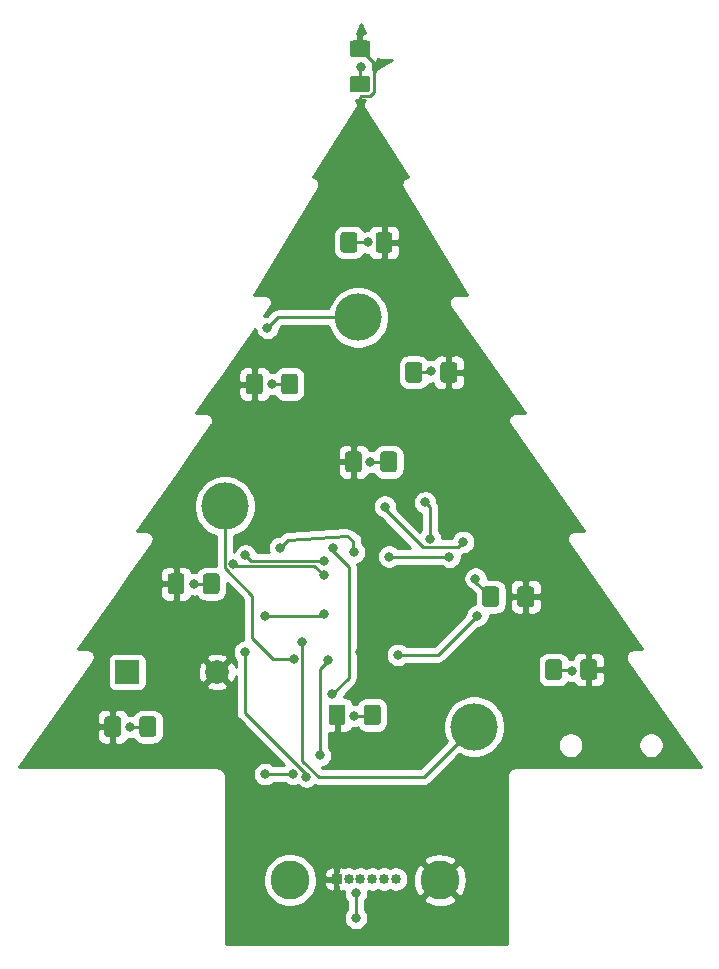
<source format=gbr>
%TF.GenerationSoftware,KiCad,Pcbnew,(5.1.10)-1*%
%TF.CreationDate,2021-11-13T13:20:07-05:00*%
%TF.ProjectId,Electronics Club,456c6563-7472-46f6-9e69-637320436c75,rev?*%
%TF.SameCoordinates,Original*%
%TF.FileFunction,Copper,L1,Top*%
%TF.FilePolarity,Positive*%
%FSLAX46Y46*%
G04 Gerber Fmt 4.6, Leading zero omitted, Abs format (unit mm)*
G04 Created by KiCad (PCBNEW (5.1.10)-1) date 2021-11-13 13:20:07*
%MOMM*%
%LPD*%
G01*
G04 APERTURE LIST*
%TA.AperFunction,ComponentPad*%
%ADD10C,3.300000*%
%TD*%
%TA.AperFunction,ComponentPad*%
%ADD11R,2.000000X2.000000*%
%TD*%
%TA.AperFunction,ComponentPad*%
%ADD12C,2.000000*%
%TD*%
%TA.AperFunction,ComponentPad*%
%ADD13R,0.850000X0.850000*%
%TD*%
%TA.AperFunction,ComponentPad*%
%ADD14O,0.850000X0.850000*%
%TD*%
%TA.AperFunction,SMDPad,CuDef*%
%ADD15C,4.000000*%
%TD*%
%TA.AperFunction,ViaPad*%
%ADD16C,0.800000*%
%TD*%
%TA.AperFunction,Conductor*%
%ADD17C,0.250000*%
%TD*%
%TA.AperFunction,Conductor*%
%ADD18C,0.254000*%
%TD*%
%TA.AperFunction,Conductor*%
%ADD19C,0.100000*%
%TD*%
G04 APERTURE END LIST*
D10*
%TO.P,BT1,1*%
%TO.N,Net-(BT1-Pad1)*%
X176022000Y-127000000D03*
%TO.P,BT1,2*%
%TO.N,GND*%
X188722000Y-127000000D03*
%TD*%
D11*
%TO.P,BZ1,1*%
%TO.N,Net-(BZ1-Pad1)*%
X162255200Y-109372400D03*
D12*
%TO.P,BZ1,2*%
%TO.N,GND*%
X169855200Y-109372400D03*
%TD*%
%TO.P,D1,1*%
%TO.N,GND*%
%TA.AperFunction,SMDPad,CuDef*%
G36*
G01*
X181340600Y-55900900D02*
X182590600Y-55900900D01*
G75*
G02*
X182840600Y-56150900I0J-250000D01*
G01*
X182840600Y-57075900D01*
G75*
G02*
X182590600Y-57325900I-250000J0D01*
G01*
X181340600Y-57325900D01*
G75*
G02*
X181090600Y-57075900I0J250000D01*
G01*
X181090600Y-56150900D01*
G75*
G02*
X181340600Y-55900900I250000J0D01*
G01*
G37*
%TD.AperFunction*%
%TO.P,D1,2*%
%TO.N,Net-(D1-Pad2)*%
%TA.AperFunction,SMDPad,CuDef*%
G36*
G01*
X181340600Y-58875900D02*
X182590600Y-58875900D01*
G75*
G02*
X182840600Y-59125900I0J-250000D01*
G01*
X182840600Y-60050900D01*
G75*
G02*
X182590600Y-60300900I-250000J0D01*
G01*
X181340600Y-60300900D01*
G75*
G02*
X181090600Y-60050900I0J250000D01*
G01*
X181090600Y-59125900D01*
G75*
G02*
X181340600Y-58875900I250000J0D01*
G01*
G37*
%TD.AperFunction*%
%TD*%
%TO.P,D2,2*%
%TO.N,Net-(D2-Pad2)*%
%TA.AperFunction,SMDPad,CuDef*%
G36*
G01*
X163287500Y-114625000D02*
X163287500Y-113375000D01*
G75*
G02*
X163537500Y-113125000I250000J0D01*
G01*
X164462500Y-113125000D01*
G75*
G02*
X164712500Y-113375000I0J-250000D01*
G01*
X164712500Y-114625000D01*
G75*
G02*
X164462500Y-114875000I-250000J0D01*
G01*
X163537500Y-114875000D01*
G75*
G02*
X163287500Y-114625000I0J250000D01*
G01*
G37*
%TD.AperFunction*%
%TO.P,D2,1*%
%TO.N,GND*%
%TA.AperFunction,SMDPad,CuDef*%
G36*
G01*
X160312500Y-114625000D02*
X160312500Y-113375000D01*
G75*
G02*
X160562500Y-113125000I250000J0D01*
G01*
X161487500Y-113125000D01*
G75*
G02*
X161737500Y-113375000I0J-250000D01*
G01*
X161737500Y-114625000D01*
G75*
G02*
X161487500Y-114875000I-250000J0D01*
G01*
X160562500Y-114875000D01*
G75*
G02*
X160312500Y-114625000I0J250000D01*
G01*
G37*
%TD.AperFunction*%
%TD*%
%TO.P,D3,1*%
%TO.N,GND*%
%TA.AperFunction,SMDPad,CuDef*%
G36*
G01*
X172312500Y-85625000D02*
X172312500Y-84375000D01*
G75*
G02*
X172562500Y-84125000I250000J0D01*
G01*
X173487500Y-84125000D01*
G75*
G02*
X173737500Y-84375000I0J-250000D01*
G01*
X173737500Y-85625000D01*
G75*
G02*
X173487500Y-85875000I-250000J0D01*
G01*
X172562500Y-85875000D01*
G75*
G02*
X172312500Y-85625000I0J250000D01*
G01*
G37*
%TD.AperFunction*%
%TO.P,D3,2*%
%TO.N,Net-(D3-Pad2)*%
%TA.AperFunction,SMDPad,CuDef*%
G36*
G01*
X175287500Y-85625000D02*
X175287500Y-84375000D01*
G75*
G02*
X175537500Y-84125000I250000J0D01*
G01*
X176462500Y-84125000D01*
G75*
G02*
X176712500Y-84375000I0J-250000D01*
G01*
X176712500Y-85625000D01*
G75*
G02*
X176462500Y-85875000I-250000J0D01*
G01*
X175537500Y-85875000D01*
G75*
G02*
X175287500Y-85625000I0J250000D01*
G01*
G37*
%TD.AperFunction*%
%TD*%
%TO.P,D4,2*%
%TO.N,Net-(D4-Pad2)*%
%TA.AperFunction,SMDPad,CuDef*%
G36*
G01*
X193737500Y-102375000D02*
X193737500Y-103625000D01*
G75*
G02*
X193487500Y-103875000I-250000J0D01*
G01*
X192562500Y-103875000D01*
G75*
G02*
X192312500Y-103625000I0J250000D01*
G01*
X192312500Y-102375000D01*
G75*
G02*
X192562500Y-102125000I250000J0D01*
G01*
X193487500Y-102125000D01*
G75*
G02*
X193737500Y-102375000I0J-250000D01*
G01*
G37*
%TD.AperFunction*%
%TO.P,D4,1*%
%TO.N,GND*%
%TA.AperFunction,SMDPad,CuDef*%
G36*
G01*
X196712500Y-102375000D02*
X196712500Y-103625000D01*
G75*
G02*
X196462500Y-103875000I-250000J0D01*
G01*
X195537500Y-103875000D01*
G75*
G02*
X195287500Y-103625000I0J250000D01*
G01*
X195287500Y-102375000D01*
G75*
G02*
X195537500Y-102125000I250000J0D01*
G01*
X196462500Y-102125000D01*
G75*
G02*
X196712500Y-102375000I0J-250000D01*
G01*
G37*
%TD.AperFunction*%
%TD*%
%TO.P,D5,1*%
%TO.N,GND*%
%TA.AperFunction,SMDPad,CuDef*%
G36*
G01*
X180700100Y-92202600D02*
X180700100Y-90952600D01*
G75*
G02*
X180950100Y-90702600I250000J0D01*
G01*
X181875100Y-90702600D01*
G75*
G02*
X182125100Y-90952600I0J-250000D01*
G01*
X182125100Y-92202600D01*
G75*
G02*
X181875100Y-92452600I-250000J0D01*
G01*
X180950100Y-92452600D01*
G75*
G02*
X180700100Y-92202600I0J250000D01*
G01*
G37*
%TD.AperFunction*%
%TO.P,D5,2*%
%TO.N,Net-(D5-Pad2)*%
%TA.AperFunction,SMDPad,CuDef*%
G36*
G01*
X183675100Y-92202600D02*
X183675100Y-90952600D01*
G75*
G02*
X183925100Y-90702600I250000J0D01*
G01*
X184850100Y-90702600D01*
G75*
G02*
X185100100Y-90952600I0J-250000D01*
G01*
X185100100Y-92202600D01*
G75*
G02*
X184850100Y-92452600I-250000J0D01*
G01*
X183925100Y-92452600D01*
G75*
G02*
X183675100Y-92202600I0J250000D01*
G01*
G37*
%TD.AperFunction*%
%TD*%
%TO.P,D6,2*%
%TO.N,Net-(D6-Pad2)*%
%TA.AperFunction,SMDPad,CuDef*%
G36*
G01*
X199072200Y-108544200D02*
X199072200Y-109794200D01*
G75*
G02*
X198822200Y-110044200I-250000J0D01*
G01*
X197897200Y-110044200D01*
G75*
G02*
X197647200Y-109794200I0J250000D01*
G01*
X197647200Y-108544200D01*
G75*
G02*
X197897200Y-108294200I250000J0D01*
G01*
X198822200Y-108294200D01*
G75*
G02*
X199072200Y-108544200I0J-250000D01*
G01*
G37*
%TD.AperFunction*%
%TO.P,D6,1*%
%TO.N,GND*%
%TA.AperFunction,SMDPad,CuDef*%
G36*
G01*
X202047200Y-108544200D02*
X202047200Y-109794200D01*
G75*
G02*
X201797200Y-110044200I-250000J0D01*
G01*
X200872200Y-110044200D01*
G75*
G02*
X200622200Y-109794200I0J250000D01*
G01*
X200622200Y-108544200D01*
G75*
G02*
X200872200Y-108294200I250000J0D01*
G01*
X201797200Y-108294200D01*
G75*
G02*
X202047200Y-108544200I0J-250000D01*
G01*
G37*
%TD.AperFunction*%
%TD*%
%TO.P,D7,1*%
%TO.N,GND*%
%TA.AperFunction,SMDPad,CuDef*%
G36*
G01*
X165679700Y-102529800D02*
X165679700Y-101279800D01*
G75*
G02*
X165929700Y-101029800I250000J0D01*
G01*
X166854700Y-101029800D01*
G75*
G02*
X167104700Y-101279800I0J-250000D01*
G01*
X167104700Y-102529800D01*
G75*
G02*
X166854700Y-102779800I-250000J0D01*
G01*
X165929700Y-102779800D01*
G75*
G02*
X165679700Y-102529800I0J250000D01*
G01*
G37*
%TD.AperFunction*%
%TO.P,D7,2*%
%TO.N,Net-(D7-Pad2)*%
%TA.AperFunction,SMDPad,CuDef*%
G36*
G01*
X168654700Y-102529800D02*
X168654700Y-101279800D01*
G75*
G02*
X168904700Y-101029800I250000J0D01*
G01*
X169829700Y-101029800D01*
G75*
G02*
X170079700Y-101279800I0J-250000D01*
G01*
X170079700Y-102529800D01*
G75*
G02*
X169829700Y-102779800I-250000J0D01*
G01*
X168904700Y-102779800D01*
G75*
G02*
X168654700Y-102529800I0J250000D01*
G01*
G37*
%TD.AperFunction*%
%TD*%
%TO.P,D8,2*%
%TO.N,Net-(D8-Pad2)*%
%TA.AperFunction,SMDPad,CuDef*%
G36*
G01*
X181737500Y-72375000D02*
X181737500Y-73625000D01*
G75*
G02*
X181487500Y-73875000I-250000J0D01*
G01*
X180562500Y-73875000D01*
G75*
G02*
X180312500Y-73625000I0J250000D01*
G01*
X180312500Y-72375000D01*
G75*
G02*
X180562500Y-72125000I250000J0D01*
G01*
X181487500Y-72125000D01*
G75*
G02*
X181737500Y-72375000I0J-250000D01*
G01*
G37*
%TD.AperFunction*%
%TO.P,D8,1*%
%TO.N,GND*%
%TA.AperFunction,SMDPad,CuDef*%
G36*
G01*
X184712500Y-72375000D02*
X184712500Y-73625000D01*
G75*
G02*
X184462500Y-73875000I-250000J0D01*
G01*
X183537500Y-73875000D01*
G75*
G02*
X183287500Y-73625000I0J250000D01*
G01*
X183287500Y-72375000D01*
G75*
G02*
X183537500Y-72125000I250000J0D01*
G01*
X184462500Y-72125000D01*
G75*
G02*
X184712500Y-72375000I0J-250000D01*
G01*
G37*
%TD.AperFunction*%
%TD*%
%TO.P,D9,1*%
%TO.N,GND*%
%TA.AperFunction,SMDPad,CuDef*%
G36*
G01*
X190200000Y-83375000D02*
X190200000Y-84625000D01*
G75*
G02*
X189950000Y-84875000I-250000J0D01*
G01*
X189025000Y-84875000D01*
G75*
G02*
X188775000Y-84625000I0J250000D01*
G01*
X188775000Y-83375000D01*
G75*
G02*
X189025000Y-83125000I250000J0D01*
G01*
X189950000Y-83125000D01*
G75*
G02*
X190200000Y-83375000I0J-250000D01*
G01*
G37*
%TD.AperFunction*%
%TO.P,D9,2*%
%TO.N,Net-(D9-Pad2)*%
%TA.AperFunction,SMDPad,CuDef*%
G36*
G01*
X187225000Y-83375000D02*
X187225000Y-84625000D01*
G75*
G02*
X186975000Y-84875000I-250000J0D01*
G01*
X186050000Y-84875000D01*
G75*
G02*
X185800000Y-84625000I0J250000D01*
G01*
X185800000Y-83375000D01*
G75*
G02*
X186050000Y-83125000I250000J0D01*
G01*
X186975000Y-83125000D01*
G75*
G02*
X187225000Y-83375000I0J-250000D01*
G01*
G37*
%TD.AperFunction*%
%TD*%
%TO.P,D10,2*%
%TO.N,Net-(D10-Pad2)*%
%TA.AperFunction,SMDPad,CuDef*%
G36*
G01*
X182287500Y-113625000D02*
X182287500Y-112375000D01*
G75*
G02*
X182537500Y-112125000I250000J0D01*
G01*
X183462500Y-112125000D01*
G75*
G02*
X183712500Y-112375000I0J-250000D01*
G01*
X183712500Y-113625000D01*
G75*
G02*
X183462500Y-113875000I-250000J0D01*
G01*
X182537500Y-113875000D01*
G75*
G02*
X182287500Y-113625000I0J250000D01*
G01*
G37*
%TD.AperFunction*%
%TO.P,D10,1*%
%TO.N,GND*%
%TA.AperFunction,SMDPad,CuDef*%
G36*
G01*
X179312500Y-113625000D02*
X179312500Y-112375000D01*
G75*
G02*
X179562500Y-112125000I250000J0D01*
G01*
X180487500Y-112125000D01*
G75*
G02*
X180737500Y-112375000I0J-250000D01*
G01*
X180737500Y-113625000D01*
G75*
G02*
X180487500Y-113875000I-250000J0D01*
G01*
X179562500Y-113875000D01*
G75*
G02*
X179312500Y-113625000I0J250000D01*
G01*
G37*
%TD.AperFunction*%
%TD*%
D13*
%TO.P,J1,1*%
%TO.N,GND*%
X179997600Y-126898400D03*
D14*
%TO.P,J1,2*%
%TO.N,/CTS*%
X180997600Y-126898400D03*
%TO.P,J1,3*%
%TO.N,VCC*%
X181997600Y-126898400D03*
%TO.P,J1,4*%
%TO.N,/328_RX*%
X182997600Y-126898400D03*
%TO.P,J1,5*%
%TO.N,/328_TX*%
X183997600Y-126898400D03*
%TO.P,J1,6*%
%TO.N,/RESET*%
X184997600Y-126898400D03*
%TD*%
D15*
%TO.P,TP1,1*%
%TO.N,/D14*%
X181813200Y-79349600D03*
%TD*%
%TO.P,TP2,1*%
%TO.N,/D15*%
X170510200Y-95351600D03*
%TD*%
%TO.P,TP3,1*%
%TO.N,/D16*%
X191643000Y-113995200D03*
%TD*%
D16*
%TO.N,GND*%
X183502300Y-69303900D03*
X176987200Y-75590400D03*
X196811900Y-92773500D03*
X200621900Y-102108000D03*
X209410300Y-116446300D03*
X155384500Y-116217700D03*
X160578800Y-106400600D03*
X165138100Y-96469200D03*
X180467000Y-123405900D03*
X186093100Y-123494800D03*
X181965600Y-107645200D03*
X178943000Y-91986100D03*
%TO.N,VCC*%
X181610000Y-130186600D03*
X181610000Y-128060190D03*
%TO.N,+5V*%
X191897000Y-104597200D03*
X185166000Y-107924600D03*
X190703200Y-98361500D03*
X184069740Y-95363200D03*
%TO.N,Net-(D1-Pad2)*%
X182016400Y-58166000D03*
%TO.N,Net-(D2-Pad2)*%
X162509200Y-114046000D03*
%TO.N,Net-(D3-Pad2)*%
X174498000Y-84988400D03*
%TO.N,Net-(D4-Pad2)*%
X191744600Y-101460300D03*
%TO.N,Net-(D5-Pad2)*%
X182829200Y-91592400D03*
%TO.N,Net-(D6-Pad2)*%
X199898000Y-109270800D03*
%TO.N,Net-(D7-Pad2)*%
X167944800Y-101955600D03*
%TO.N,Net-(D8-Pad2)*%
X182626000Y-72999600D03*
%TO.N,Net-(D9-Pad2)*%
X187960000Y-83921600D03*
%TO.N,Net-(D10-Pad2)*%
X181457600Y-113080800D03*
%TO.N,/D11MOSI*%
X178892200Y-101193600D03*
X171246800Y-100253800D03*
%TO.N,/D10*%
X173925400Y-118008400D03*
X176326800Y-118008400D03*
%TO.N,/D9*%
X178903800Y-99949000D03*
X172262800Y-99491800D03*
%TO.N,/D7*%
X187883800Y-98075000D03*
X187485447Y-95004047D03*
%TO.N,/D6*%
X184422800Y-99600000D03*
X189534800Y-99618800D03*
%TO.N,/D5*%
X175209200Y-98856800D03*
X181457600Y-99212400D03*
%TO.N,/D2*%
X179628800Y-111252000D03*
X179679600Y-98907600D03*
%TO.N,/D12MISO*%
X173888400Y-104648000D03*
X178903800Y-104449998D03*
%TO.N,/D14*%
X174117000Y-80238600D03*
X172212000Y-107696000D03*
X177419000Y-118237000D03*
X178562000Y-116433600D03*
X179273200Y-108393400D03*
%TO.N,/D15*%
X176352200Y-108254800D03*
%TO.N,/D16*%
X177088800Y-106832400D03*
%TD*%
D17*
%TO.N,GND*%
X183165610Y-57813410D02*
X183165610Y-60289080D01*
X181965600Y-56613400D02*
X183165610Y-57813410D01*
X182828780Y-60625910D02*
X182083790Y-60625910D01*
X183165610Y-60289080D02*
X182828780Y-60625910D01*
X182083790Y-60625910D02*
X182003700Y-60706000D01*
X182003700Y-60706000D02*
X182003700Y-63398400D01*
%TO.N,VCC*%
X181610000Y-130186600D02*
X181610000Y-128270000D01*
X181610000Y-128270000D02*
X181610000Y-128060190D01*
%TO.N,+5V*%
X191897000Y-104597200D02*
X188569600Y-107924600D01*
X188569600Y-107924600D02*
X185166000Y-107924600D01*
X190264699Y-98800001D02*
X187268201Y-98800001D01*
X190703200Y-98361500D02*
X190264699Y-98800001D01*
X184069740Y-95601540D02*
X184069740Y-95363200D01*
X187268201Y-98800001D02*
X184069740Y-95601540D01*
%TO.N,Net-(D1-Pad2)*%
X181965600Y-58216800D02*
X182016400Y-58166000D01*
X181965600Y-59588400D02*
X181965600Y-58216800D01*
%TO.N,Net-(D2-Pad2)*%
X162555200Y-114000000D02*
X162509200Y-114046000D01*
X164000000Y-114000000D02*
X162555200Y-114000000D01*
%TO.N,Net-(D3-Pad2)*%
X174509600Y-85000000D02*
X174498000Y-84988400D01*
X176000000Y-85000000D02*
X174509600Y-85000000D01*
%TO.N,Net-(D4-Pad2)*%
X191744600Y-101719600D02*
X193025000Y-103000000D01*
X191744600Y-101460300D02*
X191744600Y-101719600D01*
%TO.N,Net-(D5-Pad2)*%
X184372800Y-91592400D02*
X184387600Y-91577600D01*
X182829200Y-91592400D02*
X184372800Y-91592400D01*
%TO.N,Net-(D6-Pad2)*%
X199796400Y-109169200D02*
X199898000Y-109270800D01*
X198359700Y-109169200D02*
X199796400Y-109169200D01*
%TO.N,Net-(D7-Pad2)*%
X167995600Y-101904800D02*
X167944800Y-101955600D01*
X169367200Y-101904800D02*
X167995600Y-101904800D01*
%TO.N,Net-(D8-Pad2)*%
X182625600Y-73000000D02*
X182626000Y-72999600D01*
X181025000Y-73000000D02*
X182625600Y-73000000D01*
%TO.N,Net-(D9-Pad2)*%
X187881600Y-84000000D02*
X187960000Y-83921600D01*
X186512500Y-84000000D02*
X187881600Y-84000000D01*
%TO.N,Net-(D10-Pad2)*%
X183000000Y-113000000D02*
X183000000Y-112960800D01*
X182880000Y-113080800D02*
X181457600Y-113080800D01*
X183000000Y-112960800D02*
X182880000Y-113080800D01*
%TO.N,/D11MOSI*%
X178892200Y-101193600D02*
X178097610Y-100399010D01*
X178097610Y-100399010D02*
X171392010Y-100399010D01*
X171392010Y-100399010D02*
X171246800Y-100253800D01*
%TO.N,/D10*%
X173925400Y-118008400D02*
X176326800Y-118008400D01*
%TO.N,/D9*%
X178903800Y-99949000D02*
X172720000Y-99949000D01*
X172720000Y-99949000D02*
X172262800Y-99491800D01*
%TO.N,/D7*%
X187883800Y-98075000D02*
X187883800Y-95402400D01*
X187883800Y-95402400D02*
X187485447Y-95004047D01*
%TO.N,/D6*%
X184422800Y-99600000D02*
X189477400Y-99600000D01*
X189516000Y-99600000D02*
X189534800Y-99618800D01*
X189477400Y-99600000D02*
X189516000Y-99600000D01*
%TO.N,/D5*%
X180848000Y-97891600D02*
X181406800Y-98270398D01*
X175883401Y-98182599D02*
X180848000Y-97891600D01*
X175209200Y-98856800D02*
X175883401Y-98182599D01*
X181406800Y-98270398D02*
X181406800Y-98247200D01*
X181406800Y-98247200D02*
X181356000Y-98298000D01*
X181356000Y-99110800D02*
X181457600Y-99212400D01*
X181356000Y-98298000D02*
X181356000Y-99110800D01*
%TO.N,/D2*%
X179628800Y-98958400D02*
X179679600Y-98907600D01*
X179628800Y-111252000D02*
X181000400Y-109880400D01*
X181000400Y-109880400D02*
X181000400Y-100457000D01*
X179679600Y-99136200D02*
X179679600Y-98907600D01*
X181000400Y-100457000D02*
X179679600Y-99136200D01*
%TO.N,/D12MISO*%
X173888400Y-104648000D02*
X178816000Y-104648000D01*
X178903800Y-104560200D02*
X178903800Y-104449998D01*
X178816000Y-104648000D02*
X178903800Y-104560200D01*
%TO.N,/D14*%
X181813200Y-79349600D02*
X175006000Y-79349600D01*
X175006000Y-79349600D02*
X174117000Y-80238600D01*
X172212000Y-112820598D02*
X177342800Y-117951398D01*
X172212000Y-107696000D02*
X172212000Y-112820598D01*
X177342800Y-118160800D02*
X177419000Y-118237000D01*
X177342800Y-117951398D02*
X177342800Y-118160800D01*
X178562000Y-116433600D02*
X178562000Y-110566200D01*
X178562000Y-110566200D02*
X178562000Y-109143800D01*
X179273200Y-108432600D02*
X179273200Y-108393400D01*
X178562000Y-109143800D02*
X179273200Y-108432600D01*
%TO.N,/D15*%
X170510200Y-100590202D02*
X172821600Y-102901602D01*
X170510200Y-95351600D02*
X170510200Y-100590202D01*
X172821600Y-102901602D02*
X172821600Y-106502200D01*
X172821600Y-106502200D02*
X174574200Y-108254800D01*
X174574200Y-108254800D02*
X176352200Y-108254800D01*
%TO.N,/D16*%
X191643000Y-113995200D02*
X187401200Y-118237000D01*
X187401200Y-118237000D02*
X178460400Y-118237000D01*
X178460400Y-118237000D02*
X177088800Y-116865400D01*
X177088800Y-116865400D02*
X177088800Y-106832400D01*
%TD*%
D18*
%TO.N,GND*%
X182356647Y-60950314D02*
X182335224Y-60975490D01*
X182319590Y-61003526D01*
X182301243Y-61029872D01*
X182288007Y-61060165D01*
X182271906Y-61089038D01*
X182262041Y-61119589D01*
X182249188Y-61149005D01*
X182242115Y-61181300D01*
X182231958Y-61212757D01*
X182228243Y-61244642D01*
X182221375Y-61276003D01*
X182220739Y-61309057D01*
X182216913Y-61341892D01*
X182219490Y-61373889D01*
X182218872Y-61405986D01*
X182224696Y-61438527D01*
X182227350Y-61471480D01*
X182236121Y-61502363D01*
X182241776Y-61533961D01*
X182253836Y-61564738D01*
X182262868Y-61596542D01*
X182277497Y-61625124D01*
X182289207Y-61655009D01*
X182307036Y-61682837D01*
X182307260Y-61683275D01*
X182325038Y-61710935D01*
X182359341Y-61764477D01*
X182359670Y-61764819D01*
X185996427Y-67423185D01*
X185954017Y-67436050D01*
X185905632Y-67448347D01*
X185891935Y-67454883D01*
X185877407Y-67459290D01*
X185833354Y-67482837D01*
X185788297Y-67504337D01*
X185776141Y-67513417D01*
X185762750Y-67520575D01*
X185724133Y-67552268D01*
X185684140Y-67582142D01*
X185673989Y-67593420D01*
X185662252Y-67603052D01*
X185630561Y-67641668D01*
X185597164Y-67678771D01*
X185589409Y-67691811D01*
X185579775Y-67703550D01*
X185556226Y-67747607D01*
X185530710Y-67790512D01*
X185525647Y-67804817D01*
X185518490Y-67818207D01*
X185503987Y-67866016D01*
X185487333Y-67913071D01*
X185485159Y-67928084D01*
X185480750Y-67942617D01*
X185475854Y-67992332D01*
X185468698Y-68041738D01*
X185469495Y-68056894D01*
X185468007Y-68072000D01*
X185472902Y-68121705D01*
X185475524Y-68171565D01*
X185479262Y-68186272D01*
X185480750Y-68201383D01*
X185495250Y-68249183D01*
X185507547Y-68297568D01*
X185514083Y-68311265D01*
X185518490Y-68325793D01*
X185542038Y-68369848D01*
X185549508Y-68385503D01*
X185557302Y-68398406D01*
X185579775Y-68440450D01*
X185590854Y-68453950D01*
X191006652Y-77419600D01*
X190168404Y-77419600D01*
X190127547Y-77416622D01*
X190071401Y-77423597D01*
X190015017Y-77429150D01*
X190006916Y-77431607D01*
X189998531Y-77432649D01*
X189944812Y-77450447D01*
X189890607Y-77466890D01*
X189883148Y-77470877D01*
X189875119Y-77473537D01*
X189825891Y-77501481D01*
X189775950Y-77528175D01*
X189769409Y-77533543D01*
X189762056Y-77537717D01*
X189719227Y-77574726D01*
X189675452Y-77610652D01*
X189670086Y-77617191D01*
X189663686Y-77622721D01*
X189628910Y-77667363D01*
X189592975Y-77711150D01*
X189588984Y-77718617D01*
X189583791Y-77725283D01*
X189558400Y-77775837D01*
X189531690Y-77825807D01*
X189529233Y-77833906D01*
X189525439Y-77841460D01*
X189510396Y-77896003D01*
X189493950Y-77950217D01*
X189493120Y-77958641D01*
X189490873Y-77966789D01*
X189486760Y-78023222D01*
X189481207Y-78079600D01*
X189482037Y-78088022D01*
X189481422Y-78096453D01*
X189488397Y-78152598D01*
X189493950Y-78208983D01*
X189496407Y-78217084D01*
X189497449Y-78225469D01*
X189515247Y-78279188D01*
X189531690Y-78333393D01*
X189535677Y-78340852D01*
X189538337Y-78348881D01*
X189566277Y-78398100D01*
X189592975Y-78448050D01*
X189618977Y-78479734D01*
X195932163Y-87427200D01*
X195198732Y-87427200D01*
X195158999Y-87424168D01*
X195101702Y-87431088D01*
X195044217Y-87436750D01*
X195037199Y-87438879D01*
X195029929Y-87439757D01*
X194975088Y-87457720D01*
X194919807Y-87474490D01*
X194913342Y-87477946D01*
X194906380Y-87480226D01*
X194856089Y-87508548D01*
X194805150Y-87535775D01*
X194799483Y-87540426D01*
X194793099Y-87544021D01*
X194749298Y-87581612D01*
X194704652Y-87618252D01*
X194700001Y-87623920D01*
X194694441Y-87628691D01*
X194658826Y-87674090D01*
X194622175Y-87718750D01*
X194618717Y-87725219D01*
X194614198Y-87730980D01*
X194588122Y-87782460D01*
X194560890Y-87833407D01*
X194558762Y-87840421D01*
X194555451Y-87846958D01*
X194539918Y-87902540D01*
X194523150Y-87957817D01*
X194522431Y-87965117D01*
X194520460Y-87972170D01*
X194516069Y-88029712D01*
X194510407Y-88087200D01*
X194511126Y-88094495D01*
X194510568Y-88101801D01*
X194517488Y-88159097D01*
X194523150Y-88216583D01*
X194525279Y-88223601D01*
X194526157Y-88230871D01*
X194544120Y-88285712D01*
X194560890Y-88340993D01*
X194564346Y-88347458D01*
X194566626Y-88354420D01*
X194594945Y-88404707D01*
X194622175Y-88455650D01*
X194647464Y-88486464D01*
X200915840Y-97434800D01*
X200178259Y-97434800D01*
X200139662Y-97431722D01*
X200081218Y-97438578D01*
X200022617Y-97444350D01*
X200016687Y-97446149D01*
X200010540Y-97446870D01*
X199954551Y-97464998D01*
X199898207Y-97482090D01*
X199892746Y-97485009D01*
X199886853Y-97486917D01*
X199835491Y-97515612D01*
X199783550Y-97543375D01*
X199778757Y-97547309D01*
X199773356Y-97550326D01*
X199728593Y-97588478D01*
X199683052Y-97625852D01*
X199679121Y-97630642D01*
X199674409Y-97634658D01*
X199637948Y-97680812D01*
X199600575Y-97726350D01*
X199597652Y-97731819D01*
X199593817Y-97736673D01*
X199567062Y-97789049D01*
X199539290Y-97841007D01*
X199537491Y-97846937D01*
X199534675Y-97852450D01*
X199518654Y-97909032D01*
X199501550Y-97965417D01*
X199500942Y-97971590D01*
X199499257Y-97977541D01*
X199494582Y-98036170D01*
X199488807Y-98094800D01*
X199489414Y-98100965D01*
X199488922Y-98107138D01*
X199495778Y-98165581D01*
X199501550Y-98224183D01*
X199503349Y-98230113D01*
X199504070Y-98236260D01*
X199522198Y-98292249D01*
X199539290Y-98348593D01*
X199542209Y-98354054D01*
X199544117Y-98359947D01*
X199572814Y-98411313D01*
X199600575Y-98463250D01*
X199625149Y-98493193D01*
X205848708Y-107442400D01*
X205156659Y-107442400D01*
X205118062Y-107439322D01*
X205059618Y-107446178D01*
X205001017Y-107451950D01*
X204995087Y-107453749D01*
X204988940Y-107454470D01*
X204932951Y-107472598D01*
X204876607Y-107489690D01*
X204871146Y-107492609D01*
X204865253Y-107494517D01*
X204813891Y-107523212D01*
X204761950Y-107550975D01*
X204757157Y-107554909D01*
X204751756Y-107557926D01*
X204706993Y-107596078D01*
X204661452Y-107633452D01*
X204657521Y-107638242D01*
X204652809Y-107642258D01*
X204616348Y-107688412D01*
X204578975Y-107733950D01*
X204576052Y-107739419D01*
X204572217Y-107744273D01*
X204545462Y-107796649D01*
X204517690Y-107848607D01*
X204515891Y-107854537D01*
X204513075Y-107860050D01*
X204497054Y-107916632D01*
X204479950Y-107973017D01*
X204479342Y-107979190D01*
X204477657Y-107985141D01*
X204472982Y-108043770D01*
X204467207Y-108102400D01*
X204467814Y-108108565D01*
X204467322Y-108114738D01*
X204474178Y-108173181D01*
X204479950Y-108231783D01*
X204481749Y-108237713D01*
X204482470Y-108243860D01*
X204500598Y-108299849D01*
X204517690Y-108356193D01*
X204520609Y-108361654D01*
X204522517Y-108367547D01*
X204551214Y-108418913D01*
X204578975Y-108470850D01*
X204603549Y-108500793D01*
X210827108Y-117450000D01*
X195104419Y-117450000D01*
X195072000Y-117446807D01*
X195039581Y-117450000D01*
X194942617Y-117459550D01*
X194818207Y-117497290D01*
X194703550Y-117558575D01*
X194603052Y-117641052D01*
X194520575Y-117741550D01*
X194459290Y-117856207D01*
X194421550Y-117980617D01*
X194408807Y-118110000D01*
X194412001Y-118142429D01*
X194412000Y-132436000D01*
X170586000Y-132436000D01*
X170586000Y-126774947D01*
X173737000Y-126774947D01*
X173737000Y-127225053D01*
X173824811Y-127666510D01*
X173997059Y-128082353D01*
X174247125Y-128456603D01*
X174565397Y-128774875D01*
X174939647Y-129024941D01*
X175355490Y-129197189D01*
X175796947Y-129285000D01*
X176247053Y-129285000D01*
X176688510Y-129197189D01*
X177104353Y-129024941D01*
X177478603Y-128774875D01*
X177796875Y-128456603D01*
X178046941Y-128082353D01*
X178219189Y-127666510D01*
X178287437Y-127323400D01*
X178934528Y-127323400D01*
X178946788Y-127447882D01*
X178983098Y-127567580D01*
X179042063Y-127677894D01*
X179121415Y-127774585D01*
X179218106Y-127853937D01*
X179328420Y-127912902D01*
X179448118Y-127949212D01*
X179572600Y-127961472D01*
X179711850Y-127958400D01*
X179870600Y-127799650D01*
X179870600Y-127025400D01*
X179096350Y-127025400D01*
X178937600Y-127184150D01*
X178934528Y-127323400D01*
X178287437Y-127323400D01*
X178307000Y-127225053D01*
X178307000Y-126793999D01*
X179937600Y-126793999D01*
X179937600Y-127002801D01*
X179978335Y-127207591D01*
X180058240Y-127400498D01*
X180124600Y-127499813D01*
X180124600Y-127799650D01*
X180283350Y-127958400D01*
X180422600Y-127961472D01*
X180547082Y-127949212D01*
X180578706Y-127939619D01*
X180575000Y-127958251D01*
X180575000Y-128162129D01*
X180614774Y-128362088D01*
X180692795Y-128550446D01*
X180806063Y-128719964D01*
X180850001Y-128763902D01*
X180850000Y-129482889D01*
X180806063Y-129526826D01*
X180692795Y-129696344D01*
X180614774Y-129884702D01*
X180575000Y-130084661D01*
X180575000Y-130288539D01*
X180614774Y-130488498D01*
X180692795Y-130676856D01*
X180806063Y-130846374D01*
X180950226Y-130990537D01*
X181119744Y-131103805D01*
X181308102Y-131181826D01*
X181508061Y-131221600D01*
X181711939Y-131221600D01*
X181911898Y-131181826D01*
X182100256Y-131103805D01*
X182269774Y-130990537D01*
X182413937Y-130846374D01*
X182527205Y-130676856D01*
X182605226Y-130488498D01*
X182645000Y-130288539D01*
X182645000Y-130084661D01*
X182605226Y-129884702D01*
X182527205Y-129696344D01*
X182413937Y-129526826D01*
X182370000Y-129482889D01*
X182370000Y-128763901D01*
X182413937Y-128719964D01*
X182495139Y-128598435D01*
X187303170Y-128598435D01*
X187477223Y-128929354D01*
X187877540Y-129135125D01*
X188310308Y-129258846D01*
X188758898Y-129295759D01*
X189206070Y-129244449D01*
X189634639Y-129106885D01*
X189966777Y-128929354D01*
X190140830Y-128598435D01*
X188722000Y-127179605D01*
X187303170Y-128598435D01*
X182495139Y-128598435D01*
X182527205Y-128550446D01*
X182605226Y-128362088D01*
X182645000Y-128162129D01*
X182645000Y-127958251D01*
X182632304Y-127894426D01*
X182688409Y-127917665D01*
X182893199Y-127958400D01*
X183102001Y-127958400D01*
X183306791Y-127917665D01*
X183497600Y-127838629D01*
X183688409Y-127917665D01*
X183893199Y-127958400D01*
X184102001Y-127958400D01*
X184306791Y-127917665D01*
X184497600Y-127838629D01*
X184688409Y-127917665D01*
X184893199Y-127958400D01*
X185102001Y-127958400D01*
X185306791Y-127917665D01*
X185499698Y-127837760D01*
X185673311Y-127721756D01*
X185820956Y-127574111D01*
X185936960Y-127400498D01*
X186016865Y-127207591D01*
X186050817Y-127036898D01*
X186426241Y-127036898D01*
X186477551Y-127484070D01*
X186615115Y-127912639D01*
X186792646Y-128244777D01*
X187123565Y-128418830D01*
X188542395Y-127000000D01*
X188901605Y-127000000D01*
X190320435Y-128418830D01*
X190651354Y-128244777D01*
X190857125Y-127844460D01*
X190980846Y-127411692D01*
X191017759Y-126963102D01*
X190966449Y-126515930D01*
X190828885Y-126087361D01*
X190651354Y-125755223D01*
X190320435Y-125581170D01*
X188901605Y-127000000D01*
X188542395Y-127000000D01*
X187123565Y-125581170D01*
X186792646Y-125755223D01*
X186586875Y-126155540D01*
X186463154Y-126588308D01*
X186426241Y-127036898D01*
X186050817Y-127036898D01*
X186057600Y-127002801D01*
X186057600Y-126793999D01*
X186016865Y-126589209D01*
X185936960Y-126396302D01*
X185820956Y-126222689D01*
X185673311Y-126075044D01*
X185499698Y-125959040D01*
X185306791Y-125879135D01*
X185102001Y-125838400D01*
X184893199Y-125838400D01*
X184688409Y-125879135D01*
X184497600Y-125958171D01*
X184306791Y-125879135D01*
X184102001Y-125838400D01*
X183893199Y-125838400D01*
X183688409Y-125879135D01*
X183497600Y-125958171D01*
X183306791Y-125879135D01*
X183102001Y-125838400D01*
X182893199Y-125838400D01*
X182688409Y-125879135D01*
X182497600Y-125958171D01*
X182306791Y-125879135D01*
X182102001Y-125838400D01*
X181893199Y-125838400D01*
X181688409Y-125879135D01*
X181497600Y-125958171D01*
X181306791Y-125879135D01*
X181102001Y-125838400D01*
X180893199Y-125838400D01*
X180688409Y-125879135D01*
X180671203Y-125886262D01*
X180666780Y-125883898D01*
X180547082Y-125847588D01*
X180422600Y-125835328D01*
X180283350Y-125838400D01*
X180124600Y-125997150D01*
X180124600Y-126296987D01*
X180058240Y-126396302D01*
X179978335Y-126589209D01*
X179937600Y-126793999D01*
X178307000Y-126793999D01*
X178307000Y-126774947D01*
X178247019Y-126473400D01*
X178934528Y-126473400D01*
X178937600Y-126612650D01*
X179096350Y-126771400D01*
X179870600Y-126771400D01*
X179870600Y-125997150D01*
X179711850Y-125838400D01*
X179572600Y-125835328D01*
X179448118Y-125847588D01*
X179328420Y-125883898D01*
X179218106Y-125942863D01*
X179121415Y-126022215D01*
X179042063Y-126118906D01*
X178983098Y-126229220D01*
X178946788Y-126348918D01*
X178934528Y-126473400D01*
X178247019Y-126473400D01*
X178219189Y-126333490D01*
X178046941Y-125917647D01*
X177796875Y-125543397D01*
X177655043Y-125401565D01*
X187303170Y-125401565D01*
X188722000Y-126820395D01*
X190140830Y-125401565D01*
X189966777Y-125070646D01*
X189566460Y-124864875D01*
X189133692Y-124741154D01*
X188685102Y-124704241D01*
X188237930Y-124755551D01*
X187809361Y-124893115D01*
X187477223Y-125070646D01*
X187303170Y-125401565D01*
X177655043Y-125401565D01*
X177478603Y-125225125D01*
X177104353Y-124975059D01*
X176688510Y-124802811D01*
X176247053Y-124715000D01*
X175796947Y-124715000D01*
X175355490Y-124802811D01*
X174939647Y-124975059D01*
X174565397Y-125225125D01*
X174247125Y-125543397D01*
X173997059Y-125917647D01*
X173824811Y-126333490D01*
X173737000Y-126774947D01*
X170586000Y-126774947D01*
X170586000Y-118142419D01*
X170589193Y-118110000D01*
X170576450Y-117980617D01*
X170538710Y-117856207D01*
X170477425Y-117741550D01*
X170394948Y-117641052D01*
X170294450Y-117558575D01*
X170179793Y-117497290D01*
X170055383Y-117459550D01*
X169958419Y-117450000D01*
X169926000Y-117446807D01*
X169893581Y-117450000D01*
X153063836Y-117450000D01*
X154880714Y-114875000D01*
X159674428Y-114875000D01*
X159686688Y-114999482D01*
X159722998Y-115119180D01*
X159781963Y-115229494D01*
X159861315Y-115326185D01*
X159958006Y-115405537D01*
X160068320Y-115464502D01*
X160188018Y-115500812D01*
X160312500Y-115513072D01*
X160739250Y-115510000D01*
X160898000Y-115351250D01*
X160898000Y-114127000D01*
X159836250Y-114127000D01*
X159677500Y-114285750D01*
X159674428Y-114875000D01*
X154880714Y-114875000D01*
X156115485Y-113125000D01*
X159674428Y-113125000D01*
X159677500Y-113714250D01*
X159836250Y-113873000D01*
X160898000Y-113873000D01*
X160898000Y-112648750D01*
X161152000Y-112648750D01*
X161152000Y-113873000D01*
X161172000Y-113873000D01*
X161172000Y-114127000D01*
X161152000Y-114127000D01*
X161152000Y-115351250D01*
X161310750Y-115510000D01*
X161737500Y-115513072D01*
X161861982Y-115500812D01*
X161981680Y-115464502D01*
X162091994Y-115405537D01*
X162188685Y-115326185D01*
X162268037Y-115229494D01*
X162327002Y-115119180D01*
X162342492Y-115068117D01*
X162407261Y-115081000D01*
X162611139Y-115081000D01*
X162762969Y-115050799D01*
X162799095Y-115118386D01*
X162909538Y-115252962D01*
X163044114Y-115363405D01*
X163197650Y-115445472D01*
X163364246Y-115496008D01*
X163537500Y-115513072D01*
X164462500Y-115513072D01*
X164635754Y-115496008D01*
X164802350Y-115445472D01*
X164955886Y-115363405D01*
X165090462Y-115252962D01*
X165200905Y-115118386D01*
X165282972Y-114964850D01*
X165333508Y-114798254D01*
X165350572Y-114625000D01*
X165350572Y-113375000D01*
X165333508Y-113201746D01*
X165282972Y-113035150D01*
X165200905Y-112881614D01*
X165090462Y-112747038D01*
X164955886Y-112636595D01*
X164802350Y-112554528D01*
X164635754Y-112503992D01*
X164462500Y-112486928D01*
X163537500Y-112486928D01*
X163364246Y-112503992D01*
X163197650Y-112554528D01*
X163044114Y-112636595D01*
X162909538Y-112747038D01*
X162799095Y-112881614D01*
X162718520Y-113032359D01*
X162611139Y-113011000D01*
X162407261Y-113011000D01*
X162365169Y-113019373D01*
X162363312Y-113000518D01*
X162327002Y-112880820D01*
X162268037Y-112770506D01*
X162188685Y-112673815D01*
X162091994Y-112594463D01*
X161981680Y-112535498D01*
X161861982Y-112499188D01*
X161737500Y-112486928D01*
X161310750Y-112490000D01*
X161152000Y-112648750D01*
X160898000Y-112648750D01*
X160739250Y-112490000D01*
X160312500Y-112486928D01*
X160188018Y-112499188D01*
X160068320Y-112535498D01*
X159958006Y-112594463D01*
X159861315Y-112673815D01*
X159781963Y-112770506D01*
X159722998Y-112880820D01*
X159686688Y-113000518D01*
X159674428Y-113125000D01*
X156115485Y-113125000D01*
X159377027Y-108502528D01*
X159403025Y-108470850D01*
X159429714Y-108420918D01*
X159457255Y-108372400D01*
X160617128Y-108372400D01*
X160617128Y-110372400D01*
X160629388Y-110496882D01*
X160665698Y-110616580D01*
X160724663Y-110726894D01*
X160804015Y-110823585D01*
X160900706Y-110902937D01*
X161011020Y-110961902D01*
X161130718Y-110998212D01*
X161255200Y-111010472D01*
X163255200Y-111010472D01*
X163379682Y-110998212D01*
X163499380Y-110961902D01*
X163609694Y-110902937D01*
X163706385Y-110823585D01*
X163785737Y-110726894D01*
X163844702Y-110616580D01*
X163877696Y-110507813D01*
X168899392Y-110507813D01*
X168995156Y-110772214D01*
X169284771Y-110913104D01*
X169596308Y-110994784D01*
X169917795Y-111014118D01*
X170236875Y-110970361D01*
X170541288Y-110865195D01*
X170715244Y-110772214D01*
X170811008Y-110507813D01*
X169855200Y-109552005D01*
X168899392Y-110507813D01*
X163877696Y-110507813D01*
X163881012Y-110496882D01*
X163893272Y-110372400D01*
X163893272Y-109434995D01*
X168213482Y-109434995D01*
X168257239Y-109754075D01*
X168362405Y-110058488D01*
X168455386Y-110232444D01*
X168719787Y-110328208D01*
X169675595Y-109372400D01*
X168719787Y-108416592D01*
X168455386Y-108512356D01*
X168314496Y-108801971D01*
X168232816Y-109113508D01*
X168213482Y-109434995D01*
X163893272Y-109434995D01*
X163893272Y-108372400D01*
X163881012Y-108247918D01*
X163877697Y-108236987D01*
X168899392Y-108236987D01*
X169855200Y-109192795D01*
X170811008Y-108236987D01*
X170715244Y-107972586D01*
X170425629Y-107831696D01*
X170114092Y-107750016D01*
X169792605Y-107730682D01*
X169473525Y-107774439D01*
X169169112Y-107879605D01*
X168995156Y-107972586D01*
X168899392Y-108236987D01*
X163877697Y-108236987D01*
X163844702Y-108128220D01*
X163785737Y-108017906D01*
X163706385Y-107921215D01*
X163609694Y-107841863D01*
X163499380Y-107782898D01*
X163379682Y-107746588D01*
X163255200Y-107734328D01*
X161255200Y-107734328D01*
X161130718Y-107746588D01*
X161011020Y-107782898D01*
X160900706Y-107841863D01*
X160804015Y-107921215D01*
X160724663Y-108017906D01*
X160665698Y-108128220D01*
X160629388Y-108247918D01*
X160617128Y-108372400D01*
X159457255Y-108372400D01*
X159457663Y-108371682D01*
X159460324Y-108363650D01*
X159464310Y-108356193D01*
X159480747Y-108302007D01*
X159498551Y-108248271D01*
X159499593Y-108239882D01*
X159502050Y-108231783D01*
X159507603Y-108175405D01*
X159514578Y-108119254D01*
X159513963Y-108110823D01*
X159514793Y-108102400D01*
X159509240Y-108046021D01*
X159505127Y-107989589D01*
X159502880Y-107981441D01*
X159502050Y-107973017D01*
X159485604Y-107918803D01*
X159470561Y-107864260D01*
X159466767Y-107856706D01*
X159464310Y-107848607D01*
X159437600Y-107798637D01*
X159412209Y-107748083D01*
X159407016Y-107741417D01*
X159403025Y-107733950D01*
X159367090Y-107690163D01*
X159332314Y-107645521D01*
X159325914Y-107639991D01*
X159320548Y-107633452D01*
X159276773Y-107597526D01*
X159233944Y-107560517D01*
X159226591Y-107556343D01*
X159220050Y-107550975D01*
X159170099Y-107524276D01*
X159120880Y-107496337D01*
X159112854Y-107493678D01*
X159105393Y-107489690D01*
X159051183Y-107473245D01*
X158997469Y-107455449D01*
X158989084Y-107454407D01*
X158980983Y-107451950D01*
X158924599Y-107446397D01*
X158868453Y-107439422D01*
X158827596Y-107442400D01*
X158087759Y-107442400D01*
X161353946Y-102779800D01*
X165041628Y-102779800D01*
X165053888Y-102904282D01*
X165090198Y-103023980D01*
X165149163Y-103134294D01*
X165228515Y-103230985D01*
X165325206Y-103310337D01*
X165435520Y-103369302D01*
X165555218Y-103405612D01*
X165679700Y-103417872D01*
X166106450Y-103414800D01*
X166265200Y-103256050D01*
X166265200Y-102031800D01*
X165203450Y-102031800D01*
X165044700Y-102190550D01*
X165041628Y-102779800D01*
X161353946Y-102779800D01*
X162579834Y-101029800D01*
X165041628Y-101029800D01*
X165044700Y-101619050D01*
X165203450Y-101777800D01*
X166265200Y-101777800D01*
X166265200Y-100553550D01*
X166519200Y-100553550D01*
X166519200Y-101777800D01*
X166539200Y-101777800D01*
X166539200Y-102031800D01*
X166519200Y-102031800D01*
X166519200Y-103256050D01*
X166677950Y-103414800D01*
X167104700Y-103417872D01*
X167229182Y-103405612D01*
X167348880Y-103369302D01*
X167459194Y-103310337D01*
X167555885Y-103230985D01*
X167635237Y-103134294D01*
X167694202Y-103023980D01*
X167712211Y-102964612D01*
X167842861Y-102990600D01*
X168046739Y-102990600D01*
X168139062Y-102972236D01*
X168166295Y-103023186D01*
X168276738Y-103157762D01*
X168411314Y-103268205D01*
X168564850Y-103350272D01*
X168731446Y-103400808D01*
X168904700Y-103417872D01*
X169829700Y-103417872D01*
X170002954Y-103400808D01*
X170169550Y-103350272D01*
X170323086Y-103268205D01*
X170457662Y-103157762D01*
X170568105Y-103023186D01*
X170650172Y-102869650D01*
X170700708Y-102703054D01*
X170717772Y-102529800D01*
X170717772Y-101872575D01*
X172061600Y-103216404D01*
X172061601Y-106464868D01*
X172057924Y-106502200D01*
X172072598Y-106651185D01*
X172077538Y-106667469D01*
X171910102Y-106700774D01*
X171721744Y-106778795D01*
X171552226Y-106892063D01*
X171408063Y-107036226D01*
X171294795Y-107205744D01*
X171216774Y-107394102D01*
X171177000Y-107594061D01*
X171177000Y-107797939D01*
X171216774Y-107997898D01*
X171294795Y-108186256D01*
X171408063Y-108355774D01*
X171452000Y-108399711D01*
X171452000Y-108987365D01*
X171347995Y-108686312D01*
X171255014Y-108512356D01*
X170990613Y-108416592D01*
X170034805Y-109372400D01*
X170990613Y-110328208D01*
X171255014Y-110232444D01*
X171395904Y-109942829D01*
X171452000Y-109728871D01*
X171452001Y-112783266D01*
X171448324Y-112820598D01*
X171462998Y-112969583D01*
X171506454Y-113112844D01*
X171577026Y-113244874D01*
X171617716Y-113294454D01*
X171672000Y-113360599D01*
X171700998Y-113384397D01*
X175565000Y-117248400D01*
X174629111Y-117248400D01*
X174585174Y-117204463D01*
X174415656Y-117091195D01*
X174227298Y-117013174D01*
X174027339Y-116973400D01*
X173823461Y-116973400D01*
X173623502Y-117013174D01*
X173435144Y-117091195D01*
X173265626Y-117204463D01*
X173121463Y-117348626D01*
X173008195Y-117518144D01*
X172930174Y-117706502D01*
X172890400Y-117906461D01*
X172890400Y-118110339D01*
X172930174Y-118310298D01*
X173008195Y-118498656D01*
X173121463Y-118668174D01*
X173265626Y-118812337D01*
X173435144Y-118925605D01*
X173623502Y-119003626D01*
X173823461Y-119043400D01*
X174027339Y-119043400D01*
X174227298Y-119003626D01*
X174415656Y-118925605D01*
X174585174Y-118812337D01*
X174629111Y-118768400D01*
X175623089Y-118768400D01*
X175667026Y-118812337D01*
X175836544Y-118925605D01*
X176024902Y-119003626D01*
X176224861Y-119043400D01*
X176428739Y-119043400D01*
X176628698Y-119003626D01*
X176694612Y-118976323D01*
X176759226Y-119040937D01*
X176928744Y-119154205D01*
X177117102Y-119232226D01*
X177317061Y-119272000D01*
X177520939Y-119272000D01*
X177720898Y-119232226D01*
X177909256Y-119154205D01*
X178078774Y-119040937D01*
X178175068Y-118944643D01*
X178311414Y-118986003D01*
X178423067Y-118997000D01*
X178423076Y-118997000D01*
X178460399Y-119000676D01*
X178497722Y-118997000D01*
X187363878Y-118997000D01*
X187401200Y-119000676D01*
X187438522Y-118997000D01*
X187438533Y-118997000D01*
X187550186Y-118986003D01*
X187693447Y-118942546D01*
X187825476Y-118871974D01*
X187941201Y-118777001D01*
X187965004Y-118747997D01*
X190387567Y-116325435D01*
X190394859Y-116330307D01*
X190874399Y-116528939D01*
X191383475Y-116630200D01*
X191902525Y-116630200D01*
X192411601Y-116528939D01*
X192891141Y-116330307D01*
X193322715Y-116041938D01*
X193689738Y-115674915D01*
X193831243Y-115463137D01*
X198715000Y-115463137D01*
X198715000Y-115676863D01*
X198756696Y-115886483D01*
X198838485Y-116083940D01*
X198957225Y-116261647D01*
X199108353Y-116412775D01*
X199286060Y-116531515D01*
X199483517Y-116613304D01*
X199693137Y-116655000D01*
X199906863Y-116655000D01*
X200116483Y-116613304D01*
X200313940Y-116531515D01*
X200491647Y-116412775D01*
X200642775Y-116261647D01*
X200761515Y-116083940D01*
X200843304Y-115886483D01*
X200885000Y-115676863D01*
X200885000Y-115463137D01*
X205515000Y-115463137D01*
X205515000Y-115676863D01*
X205556696Y-115886483D01*
X205638485Y-116083940D01*
X205757225Y-116261647D01*
X205908353Y-116412775D01*
X206086060Y-116531515D01*
X206283517Y-116613304D01*
X206493137Y-116655000D01*
X206706863Y-116655000D01*
X206916483Y-116613304D01*
X207113940Y-116531515D01*
X207291647Y-116412775D01*
X207442775Y-116261647D01*
X207561515Y-116083940D01*
X207643304Y-115886483D01*
X207685000Y-115676863D01*
X207685000Y-115463137D01*
X207643304Y-115253517D01*
X207561515Y-115056060D01*
X207442775Y-114878353D01*
X207291647Y-114727225D01*
X207113940Y-114608485D01*
X206916483Y-114526696D01*
X206706863Y-114485000D01*
X206493137Y-114485000D01*
X206283517Y-114526696D01*
X206086060Y-114608485D01*
X205908353Y-114727225D01*
X205757225Y-114878353D01*
X205638485Y-115056060D01*
X205556696Y-115253517D01*
X205515000Y-115463137D01*
X200885000Y-115463137D01*
X200843304Y-115253517D01*
X200761515Y-115056060D01*
X200642775Y-114878353D01*
X200491647Y-114727225D01*
X200313940Y-114608485D01*
X200116483Y-114526696D01*
X199906863Y-114485000D01*
X199693137Y-114485000D01*
X199483517Y-114526696D01*
X199286060Y-114608485D01*
X199108353Y-114727225D01*
X198957225Y-114878353D01*
X198838485Y-115056060D01*
X198756696Y-115253517D01*
X198715000Y-115463137D01*
X193831243Y-115463137D01*
X193978107Y-115243341D01*
X194176739Y-114763801D01*
X194278000Y-114254725D01*
X194278000Y-113735675D01*
X194176739Y-113226599D01*
X193978107Y-112747059D01*
X193689738Y-112315485D01*
X193322715Y-111948462D01*
X192891141Y-111660093D01*
X192411601Y-111461461D01*
X191902525Y-111360200D01*
X191383475Y-111360200D01*
X190874399Y-111461461D01*
X190394859Y-111660093D01*
X189963285Y-111948462D01*
X189596262Y-112315485D01*
X189307893Y-112747059D01*
X189109261Y-113226599D01*
X189008000Y-113735675D01*
X189008000Y-114254725D01*
X189109261Y-114763801D01*
X189307893Y-115243341D01*
X189312765Y-115250633D01*
X187086399Y-117477000D01*
X178775202Y-117477000D01*
X178749736Y-117451534D01*
X178863898Y-117428826D01*
X179052256Y-117350805D01*
X179221774Y-117237537D01*
X179365937Y-117093374D01*
X179479205Y-116923856D01*
X179557226Y-116735498D01*
X179597000Y-116535539D01*
X179597000Y-116331661D01*
X179557226Y-116131702D01*
X179479205Y-115943344D01*
X179365937Y-115773826D01*
X179322000Y-115729889D01*
X179322000Y-114513004D01*
X179739250Y-114510000D01*
X179898000Y-114351250D01*
X179898000Y-113127000D01*
X179878000Y-113127000D01*
X179878000Y-112873000D01*
X179898000Y-112873000D01*
X179898000Y-112853000D01*
X180152000Y-112853000D01*
X180152000Y-112873000D01*
X180172000Y-112873000D01*
X180172000Y-113127000D01*
X180152000Y-113127000D01*
X180152000Y-114351250D01*
X180310750Y-114510000D01*
X180737500Y-114513072D01*
X180861982Y-114500812D01*
X180981680Y-114464502D01*
X181091994Y-114405537D01*
X181188685Y-114326185D01*
X181268037Y-114229494D01*
X181327002Y-114119180D01*
X181329600Y-114110616D01*
X181355661Y-114115800D01*
X181559539Y-114115800D01*
X181759498Y-114076026D01*
X181773380Y-114070276D01*
X181799095Y-114118386D01*
X181909538Y-114252962D01*
X182044114Y-114363405D01*
X182197650Y-114445472D01*
X182364246Y-114496008D01*
X182537500Y-114513072D01*
X183462500Y-114513072D01*
X183635754Y-114496008D01*
X183802350Y-114445472D01*
X183955886Y-114363405D01*
X184090462Y-114252962D01*
X184200905Y-114118386D01*
X184282972Y-113964850D01*
X184333508Y-113798254D01*
X184350572Y-113625000D01*
X184350572Y-112375000D01*
X184333508Y-112201746D01*
X184282972Y-112035150D01*
X184200905Y-111881614D01*
X184090462Y-111747038D01*
X183955886Y-111636595D01*
X183802350Y-111554528D01*
X183635754Y-111503992D01*
X183462500Y-111486928D01*
X182537500Y-111486928D01*
X182364246Y-111503992D01*
X182197650Y-111554528D01*
X182044114Y-111636595D01*
X181909538Y-111747038D01*
X181799095Y-111881614D01*
X181717028Y-112035150D01*
X181705019Y-112074738D01*
X181559539Y-112045800D01*
X181367772Y-112045800D01*
X181363312Y-112000518D01*
X181327002Y-111880820D01*
X181268037Y-111770506D01*
X181188685Y-111673815D01*
X181091994Y-111594463D01*
X180981680Y-111535498D01*
X180861982Y-111499188D01*
X180737500Y-111486928D01*
X180637203Y-111487650D01*
X180663800Y-111353939D01*
X180663800Y-111291801D01*
X181511404Y-110444198D01*
X181540401Y-110420401D01*
X181635374Y-110304676D01*
X181705946Y-110172647D01*
X181749403Y-110029386D01*
X181760400Y-109917733D01*
X181760400Y-109917724D01*
X181764076Y-109880401D01*
X181760400Y-109843078D01*
X181760400Y-107822661D01*
X184131000Y-107822661D01*
X184131000Y-108026539D01*
X184170774Y-108226498D01*
X184248795Y-108414856D01*
X184362063Y-108584374D01*
X184506226Y-108728537D01*
X184675744Y-108841805D01*
X184864102Y-108919826D01*
X185064061Y-108959600D01*
X185267939Y-108959600D01*
X185467898Y-108919826D01*
X185656256Y-108841805D01*
X185825774Y-108728537D01*
X185869711Y-108684600D01*
X188532278Y-108684600D01*
X188569600Y-108688276D01*
X188606922Y-108684600D01*
X188606933Y-108684600D01*
X188718586Y-108673603D01*
X188861847Y-108630146D01*
X188993876Y-108559574D01*
X189012609Y-108544200D01*
X197009128Y-108544200D01*
X197009128Y-109794200D01*
X197026192Y-109967454D01*
X197076728Y-110134050D01*
X197158795Y-110287586D01*
X197269238Y-110422162D01*
X197403814Y-110532605D01*
X197557350Y-110614672D01*
X197723946Y-110665208D01*
X197897200Y-110682272D01*
X198822200Y-110682272D01*
X198995454Y-110665208D01*
X199162050Y-110614672D01*
X199315586Y-110532605D01*
X199450162Y-110422162D01*
X199560605Y-110287586D01*
X199576475Y-110257896D01*
X199596102Y-110266026D01*
X199796061Y-110305800D01*
X199999939Y-110305800D01*
X200037966Y-110298236D01*
X200091663Y-110398694D01*
X200171015Y-110495385D01*
X200267706Y-110574737D01*
X200378020Y-110633702D01*
X200497718Y-110670012D01*
X200622200Y-110682272D01*
X201048950Y-110679200D01*
X201207700Y-110520450D01*
X201207700Y-109296200D01*
X201461700Y-109296200D01*
X201461700Y-110520450D01*
X201620450Y-110679200D01*
X202047200Y-110682272D01*
X202171682Y-110670012D01*
X202291380Y-110633702D01*
X202401694Y-110574737D01*
X202498385Y-110495385D01*
X202577737Y-110398694D01*
X202636702Y-110288380D01*
X202673012Y-110168682D01*
X202685272Y-110044200D01*
X202682200Y-109454950D01*
X202523450Y-109296200D01*
X201461700Y-109296200D01*
X201207700Y-109296200D01*
X201187700Y-109296200D01*
X201187700Y-109042200D01*
X201207700Y-109042200D01*
X201207700Y-107817950D01*
X201461700Y-107817950D01*
X201461700Y-109042200D01*
X202523450Y-109042200D01*
X202682200Y-108883450D01*
X202685272Y-108294200D01*
X202673012Y-108169718D01*
X202636702Y-108050020D01*
X202577737Y-107939706D01*
X202498385Y-107843015D01*
X202401694Y-107763663D01*
X202291380Y-107704698D01*
X202171682Y-107668388D01*
X202047200Y-107656128D01*
X201620450Y-107659200D01*
X201461700Y-107817950D01*
X201207700Y-107817950D01*
X201048950Y-107659200D01*
X200622200Y-107656128D01*
X200497718Y-107668388D01*
X200378020Y-107704698D01*
X200267706Y-107763663D01*
X200171015Y-107843015D01*
X200091663Y-107939706D01*
X200032698Y-108050020D01*
X199996388Y-108169718D01*
X199989880Y-108235800D01*
X199796061Y-108235800D01*
X199660398Y-108262785D01*
X199642672Y-108204350D01*
X199560605Y-108050814D01*
X199450162Y-107916238D01*
X199315586Y-107805795D01*
X199162050Y-107723728D01*
X198995454Y-107673192D01*
X198822200Y-107656128D01*
X197897200Y-107656128D01*
X197723946Y-107673192D01*
X197557350Y-107723728D01*
X197403814Y-107805795D01*
X197269238Y-107916238D01*
X197158795Y-108050814D01*
X197076728Y-108204350D01*
X197026192Y-108370946D01*
X197009128Y-108544200D01*
X189012609Y-108544200D01*
X189109601Y-108464601D01*
X189133404Y-108435597D01*
X191936802Y-105632200D01*
X191998939Y-105632200D01*
X192198898Y-105592426D01*
X192387256Y-105514405D01*
X192556774Y-105401137D01*
X192700937Y-105256974D01*
X192814205Y-105087456D01*
X192892226Y-104899098D01*
X192932000Y-104699139D01*
X192932000Y-104513072D01*
X193487500Y-104513072D01*
X193660754Y-104496008D01*
X193827350Y-104445472D01*
X193980886Y-104363405D01*
X194115462Y-104252962D01*
X194225905Y-104118386D01*
X194307972Y-103964850D01*
X194335227Y-103875000D01*
X194649428Y-103875000D01*
X194661688Y-103999482D01*
X194697998Y-104119180D01*
X194756963Y-104229494D01*
X194836315Y-104326185D01*
X194933006Y-104405537D01*
X195043320Y-104464502D01*
X195163018Y-104500812D01*
X195287500Y-104513072D01*
X195714250Y-104510000D01*
X195873000Y-104351250D01*
X195873000Y-103127000D01*
X196127000Y-103127000D01*
X196127000Y-104351250D01*
X196285750Y-104510000D01*
X196712500Y-104513072D01*
X196836982Y-104500812D01*
X196956680Y-104464502D01*
X197066994Y-104405537D01*
X197163685Y-104326185D01*
X197243037Y-104229494D01*
X197302002Y-104119180D01*
X197338312Y-103999482D01*
X197350572Y-103875000D01*
X197347500Y-103285750D01*
X197188750Y-103127000D01*
X196127000Y-103127000D01*
X195873000Y-103127000D01*
X194811250Y-103127000D01*
X194652500Y-103285750D01*
X194649428Y-103875000D01*
X194335227Y-103875000D01*
X194358508Y-103798254D01*
X194375572Y-103625000D01*
X194375572Y-102375000D01*
X194358508Y-102201746D01*
X194335228Y-102125000D01*
X194649428Y-102125000D01*
X194652500Y-102714250D01*
X194811250Y-102873000D01*
X195873000Y-102873000D01*
X195873000Y-101648750D01*
X196127000Y-101648750D01*
X196127000Y-102873000D01*
X197188750Y-102873000D01*
X197347500Y-102714250D01*
X197350572Y-102125000D01*
X197338312Y-102000518D01*
X197302002Y-101880820D01*
X197243037Y-101770506D01*
X197163685Y-101673815D01*
X197066994Y-101594463D01*
X196956680Y-101535498D01*
X196836982Y-101499188D01*
X196712500Y-101486928D01*
X196285750Y-101490000D01*
X196127000Y-101648750D01*
X195873000Y-101648750D01*
X195714250Y-101490000D01*
X195287500Y-101486928D01*
X195163018Y-101499188D01*
X195043320Y-101535498D01*
X194933006Y-101594463D01*
X194836315Y-101673815D01*
X194756963Y-101770506D01*
X194697998Y-101880820D01*
X194661688Y-102000518D01*
X194649428Y-102125000D01*
X194335228Y-102125000D01*
X194307972Y-102035150D01*
X194225905Y-101881614D01*
X194115462Y-101747038D01*
X193980886Y-101636595D01*
X193827350Y-101554528D01*
X193660754Y-101503992D01*
X193487500Y-101486928D01*
X192779600Y-101486928D01*
X192779600Y-101358361D01*
X192739826Y-101158402D01*
X192661805Y-100970044D01*
X192548537Y-100800526D01*
X192404374Y-100656363D01*
X192234856Y-100543095D01*
X192046498Y-100465074D01*
X191846539Y-100425300D01*
X191642661Y-100425300D01*
X191442702Y-100465074D01*
X191254344Y-100543095D01*
X191084826Y-100656363D01*
X190940663Y-100800526D01*
X190827395Y-100970044D01*
X190749374Y-101158402D01*
X190709600Y-101358361D01*
X190709600Y-101562239D01*
X190749374Y-101762198D01*
X190827395Y-101950556D01*
X190940663Y-102120074D01*
X191084826Y-102264237D01*
X191254344Y-102377505D01*
X191379578Y-102429379D01*
X191674428Y-102724229D01*
X191674428Y-103586195D01*
X191595102Y-103601974D01*
X191406744Y-103679995D01*
X191237226Y-103793263D01*
X191093063Y-103937426D01*
X190979795Y-104106944D01*
X190901774Y-104295302D01*
X190862000Y-104495261D01*
X190862000Y-104557398D01*
X188254799Y-107164600D01*
X185869711Y-107164600D01*
X185825774Y-107120663D01*
X185656256Y-107007395D01*
X185467898Y-106929374D01*
X185267939Y-106889600D01*
X185064061Y-106889600D01*
X184864102Y-106929374D01*
X184675744Y-107007395D01*
X184506226Y-107120663D01*
X184362063Y-107264826D01*
X184248795Y-107434344D01*
X184170774Y-107622702D01*
X184131000Y-107822661D01*
X181760400Y-107822661D01*
X181760400Y-100494322D01*
X181764076Y-100456999D01*
X181760400Y-100419676D01*
X181760400Y-100419667D01*
X181749403Y-100308014D01*
X181721258Y-100215232D01*
X181759498Y-100207626D01*
X181947856Y-100129605D01*
X182117374Y-100016337D01*
X182261537Y-99872174D01*
X182374805Y-99702656D01*
X182452826Y-99514298D01*
X182492600Y-99314339D01*
X182492600Y-99110461D01*
X182452826Y-98910502D01*
X182374805Y-98722144D01*
X182261537Y-98552626D01*
X182149696Y-98440785D01*
X182154792Y-98424380D01*
X182155060Y-98421833D01*
X182155803Y-98419384D01*
X182162898Y-98347344D01*
X182170459Y-98275495D01*
X182169123Y-98260936D01*
X182170476Y-98247201D01*
X182166800Y-98209878D01*
X182166800Y-98209868D01*
X182155803Y-98098215D01*
X182112346Y-97954954D01*
X182102869Y-97937224D01*
X182041774Y-97822924D01*
X181946801Y-97707199D01*
X181831076Y-97612226D01*
X181798196Y-97594651D01*
X181699047Y-97541654D01*
X181675839Y-97534614D01*
X181284776Y-97269521D01*
X181234393Y-97232888D01*
X181188939Y-97211914D01*
X181144949Y-97188022D01*
X181121123Y-97180620D01*
X181098461Y-97170163D01*
X181049788Y-97158459D01*
X181001982Y-97143608D01*
X180977162Y-97140996D01*
X180952903Y-97135163D01*
X180902880Y-97133180D01*
X180853097Y-97127941D01*
X180791060Y-97133633D01*
X175898498Y-97420410D01*
X175883400Y-97418923D01*
X175823920Y-97424781D01*
X175801662Y-97426086D01*
X175786752Y-97428442D01*
X175734414Y-97433597D01*
X175712972Y-97440101D01*
X175690843Y-97443598D01*
X175641501Y-97461781D01*
X175591154Y-97477053D01*
X175571390Y-97487617D01*
X175550371Y-97495363D01*
X175505517Y-97522828D01*
X175459124Y-97547626D01*
X175441802Y-97561841D01*
X175422697Y-97573540D01*
X175384070Y-97609221D01*
X175372398Y-97618800D01*
X175356627Y-97634571D01*
X175312728Y-97675122D01*
X175303808Y-97687390D01*
X175169398Y-97821800D01*
X175107261Y-97821800D01*
X174907302Y-97861574D01*
X174718944Y-97939595D01*
X174549426Y-98052863D01*
X174405263Y-98197026D01*
X174291995Y-98366544D01*
X174213974Y-98554902D01*
X174174200Y-98754861D01*
X174174200Y-98958739D01*
X174213974Y-99158698D01*
X174226526Y-99189000D01*
X173257652Y-99189000D01*
X173180005Y-99001544D01*
X173066737Y-98832026D01*
X172922574Y-98687863D01*
X172753056Y-98574595D01*
X172564698Y-98496574D01*
X172364739Y-98456800D01*
X172160861Y-98456800D01*
X171960902Y-98496574D01*
X171772544Y-98574595D01*
X171603026Y-98687863D01*
X171458863Y-98832026D01*
X171345595Y-99001544D01*
X171270200Y-99183562D01*
X171270200Y-97887050D01*
X171278801Y-97885339D01*
X171758341Y-97686707D01*
X172189915Y-97398338D01*
X172556938Y-97031315D01*
X172845307Y-96599741D01*
X173043939Y-96120201D01*
X173145200Y-95611125D01*
X173145200Y-95261261D01*
X183034740Y-95261261D01*
X183034740Y-95465139D01*
X183074514Y-95665098D01*
X183152535Y-95853456D01*
X183265803Y-96022974D01*
X183409966Y-96167137D01*
X183579484Y-96280405D01*
X183740499Y-96347100D01*
X186233398Y-98840000D01*
X185126511Y-98840000D01*
X185082574Y-98796063D01*
X184913056Y-98682795D01*
X184724698Y-98604774D01*
X184524739Y-98565000D01*
X184320861Y-98565000D01*
X184120902Y-98604774D01*
X183932544Y-98682795D01*
X183763026Y-98796063D01*
X183618863Y-98940226D01*
X183505595Y-99109744D01*
X183427574Y-99298102D01*
X183387800Y-99498061D01*
X183387800Y-99701939D01*
X183427574Y-99901898D01*
X183505595Y-100090256D01*
X183618863Y-100259774D01*
X183763026Y-100403937D01*
X183932544Y-100517205D01*
X184120902Y-100595226D01*
X184320861Y-100635000D01*
X184524739Y-100635000D01*
X184724698Y-100595226D01*
X184913056Y-100517205D01*
X185082574Y-100403937D01*
X185126511Y-100360000D01*
X188812289Y-100360000D01*
X188875026Y-100422737D01*
X189044544Y-100536005D01*
X189232902Y-100614026D01*
X189432861Y-100653800D01*
X189636739Y-100653800D01*
X189836698Y-100614026D01*
X190025056Y-100536005D01*
X190194574Y-100422737D01*
X190338737Y-100278574D01*
X190452005Y-100109056D01*
X190530026Y-99920698D01*
X190569800Y-99720739D01*
X190569800Y-99516861D01*
X190566530Y-99500424D01*
X190688975Y-99434975D01*
X190735857Y-99396500D01*
X190805139Y-99396500D01*
X191005098Y-99356726D01*
X191193456Y-99278705D01*
X191362974Y-99165437D01*
X191507137Y-99021274D01*
X191620405Y-98851756D01*
X191698426Y-98663398D01*
X191738200Y-98463439D01*
X191738200Y-98259561D01*
X191698426Y-98059602D01*
X191620405Y-97871244D01*
X191507137Y-97701726D01*
X191362974Y-97557563D01*
X191193456Y-97444295D01*
X191005098Y-97366274D01*
X190805139Y-97326500D01*
X190601261Y-97326500D01*
X190401302Y-97366274D01*
X190212944Y-97444295D01*
X190043426Y-97557563D01*
X189899263Y-97701726D01*
X189785995Y-97871244D01*
X189716093Y-98040001D01*
X188918800Y-98040001D01*
X188918800Y-97973061D01*
X188879026Y-97773102D01*
X188801005Y-97584744D01*
X188687737Y-97415226D01*
X188643800Y-97371289D01*
X188643800Y-95439722D01*
X188647476Y-95402399D01*
X188643800Y-95365076D01*
X188643800Y-95365067D01*
X188632803Y-95253414D01*
X188589346Y-95110153D01*
X188520447Y-94981254D01*
X188520447Y-94902108D01*
X188480673Y-94702149D01*
X188402652Y-94513791D01*
X188289384Y-94344273D01*
X188145221Y-94200110D01*
X187975703Y-94086842D01*
X187787345Y-94008821D01*
X187587386Y-93969047D01*
X187383508Y-93969047D01*
X187183549Y-94008821D01*
X186995191Y-94086842D01*
X186825673Y-94200110D01*
X186681510Y-94344273D01*
X186568242Y-94513791D01*
X186490221Y-94702149D01*
X186450447Y-94902108D01*
X186450447Y-95105986D01*
X186490221Y-95305945D01*
X186568242Y-95494303D01*
X186681510Y-95663821D01*
X186825673Y-95807984D01*
X186995191Y-95921252D01*
X187123801Y-95974524D01*
X187123800Y-97371289D01*
X187079863Y-97415226D01*
X187031143Y-97488141D01*
X185088713Y-95545712D01*
X185104740Y-95465139D01*
X185104740Y-95261261D01*
X185064966Y-95061302D01*
X184986945Y-94872944D01*
X184873677Y-94703426D01*
X184729514Y-94559263D01*
X184559996Y-94445995D01*
X184371638Y-94367974D01*
X184171679Y-94328200D01*
X183967801Y-94328200D01*
X183767842Y-94367974D01*
X183579484Y-94445995D01*
X183409966Y-94559263D01*
X183265803Y-94703426D01*
X183152535Y-94872944D01*
X183074514Y-95061302D01*
X183034740Y-95261261D01*
X173145200Y-95261261D01*
X173145200Y-95092075D01*
X173043939Y-94582999D01*
X172845307Y-94103459D01*
X172556938Y-93671885D01*
X172189915Y-93304862D01*
X171758341Y-93016493D01*
X171278801Y-92817861D01*
X170769725Y-92716600D01*
X170250675Y-92716600D01*
X169741599Y-92817861D01*
X169262059Y-93016493D01*
X168830485Y-93304862D01*
X168463462Y-93671885D01*
X168175093Y-94103459D01*
X167976461Y-94582999D01*
X167875200Y-95092075D01*
X167875200Y-95611125D01*
X167976461Y-96120201D01*
X168175093Y-96599741D01*
X168463462Y-97031315D01*
X168830485Y-97398338D01*
X169262059Y-97686707D01*
X169741599Y-97885339D01*
X169750200Y-97887050D01*
X169750201Y-100391728D01*
X168904700Y-100391728D01*
X168731446Y-100408792D01*
X168564850Y-100459328D01*
X168411314Y-100541395D01*
X168276738Y-100651838D01*
X168166295Y-100786414D01*
X168089974Y-100929200D01*
X168046739Y-100920600D01*
X167842861Y-100920600D01*
X167734147Y-100942224D01*
X167730512Y-100905318D01*
X167694202Y-100785620D01*
X167635237Y-100675306D01*
X167555885Y-100578615D01*
X167459194Y-100499263D01*
X167348880Y-100440298D01*
X167229182Y-100403988D01*
X167104700Y-100391728D01*
X166677950Y-100394800D01*
X166519200Y-100553550D01*
X166265200Y-100553550D01*
X166106450Y-100394800D01*
X165679700Y-100391728D01*
X165555218Y-100403988D01*
X165435520Y-100440298D01*
X165325206Y-100499263D01*
X165228515Y-100578615D01*
X165149163Y-100675306D01*
X165090198Y-100785620D01*
X165053888Y-100905318D01*
X165041628Y-101029800D01*
X162579834Y-101029800D01*
X164356139Y-98494061D01*
X164381425Y-98463250D01*
X164408645Y-98412325D01*
X164436974Y-98362022D01*
X164439256Y-98355055D01*
X164442710Y-98348593D01*
X164459474Y-98293332D01*
X164477443Y-98238472D01*
X164478321Y-98231201D01*
X164480450Y-98224183D01*
X164486114Y-98166677D01*
X164493031Y-98109402D01*
X164492474Y-98102101D01*
X164493193Y-98094800D01*
X164487529Y-98037290D01*
X164483140Y-97979770D01*
X164481169Y-97972717D01*
X164480450Y-97965417D01*
X164463680Y-97910133D01*
X164448149Y-97854559D01*
X164444838Y-97848023D01*
X164442710Y-97841007D01*
X164415469Y-97790042D01*
X164389402Y-97738581D01*
X164384884Y-97732822D01*
X164381425Y-97726350D01*
X164344766Y-97681681D01*
X164309159Y-97636291D01*
X164303600Y-97631520D01*
X164298948Y-97625852D01*
X164254275Y-97589189D01*
X164210500Y-97551622D01*
X164204123Y-97548030D01*
X164198450Y-97543375D01*
X164147487Y-97516135D01*
X164097220Y-97487826D01*
X164090258Y-97485546D01*
X164083793Y-97482090D01*
X164028512Y-97465320D01*
X163973671Y-97447357D01*
X163966401Y-97446479D01*
X163959383Y-97444350D01*
X163901873Y-97438686D01*
X163844601Y-97431769D01*
X163804877Y-97434800D01*
X163116959Y-97434800D01*
X166607028Y-92452600D01*
X180062028Y-92452600D01*
X180074288Y-92577082D01*
X180110598Y-92696780D01*
X180169563Y-92807094D01*
X180248915Y-92903785D01*
X180345606Y-92983137D01*
X180455920Y-93042102D01*
X180575618Y-93078412D01*
X180700100Y-93090672D01*
X181126850Y-93087600D01*
X181285600Y-92928850D01*
X181285600Y-91704600D01*
X180223850Y-91704600D01*
X180065100Y-91863350D01*
X180062028Y-92452600D01*
X166607028Y-92452600D01*
X167832916Y-90702600D01*
X180062028Y-90702600D01*
X180065100Y-91291850D01*
X180223850Y-91450600D01*
X181285600Y-91450600D01*
X181285600Y-90226350D01*
X181539600Y-90226350D01*
X181539600Y-91450600D01*
X181559600Y-91450600D01*
X181559600Y-91704600D01*
X181539600Y-91704600D01*
X181539600Y-92928850D01*
X181698350Y-93087600D01*
X182125100Y-93090672D01*
X182249582Y-93078412D01*
X182369280Y-93042102D01*
X182479594Y-92983137D01*
X182576285Y-92903785D01*
X182655637Y-92807094D01*
X182714602Y-92696780D01*
X182735648Y-92627400D01*
X182931139Y-92627400D01*
X183128998Y-92588044D01*
X183186695Y-92695986D01*
X183297138Y-92830562D01*
X183431714Y-92941005D01*
X183585250Y-93023072D01*
X183751846Y-93073608D01*
X183925100Y-93090672D01*
X184850100Y-93090672D01*
X185023354Y-93073608D01*
X185189950Y-93023072D01*
X185343486Y-92941005D01*
X185478062Y-92830562D01*
X185588505Y-92695986D01*
X185670572Y-92542450D01*
X185721108Y-92375854D01*
X185738172Y-92202600D01*
X185738172Y-90952600D01*
X185721108Y-90779346D01*
X185670572Y-90612750D01*
X185588505Y-90459214D01*
X185478062Y-90324638D01*
X185343486Y-90214195D01*
X185189950Y-90132128D01*
X185023354Y-90081592D01*
X184850100Y-90064528D01*
X183925100Y-90064528D01*
X183751846Y-90081592D01*
X183585250Y-90132128D01*
X183431714Y-90214195D01*
X183297138Y-90324638D01*
X183186695Y-90459214D01*
X183114697Y-90593912D01*
X182931139Y-90557400D01*
X182744627Y-90557400D01*
X182714602Y-90458420D01*
X182655637Y-90348106D01*
X182576285Y-90251415D01*
X182479594Y-90172063D01*
X182369280Y-90113098D01*
X182249582Y-90076788D01*
X182125100Y-90064528D01*
X181698350Y-90067600D01*
X181539600Y-90226350D01*
X181285600Y-90226350D01*
X181126850Y-90067600D01*
X180700100Y-90064528D01*
X180575618Y-90076788D01*
X180455920Y-90113098D01*
X180345606Y-90172063D01*
X180248915Y-90251415D01*
X180169563Y-90348106D01*
X180110598Y-90458420D01*
X180074288Y-90578118D01*
X180062028Y-90702600D01*
X167832916Y-90702600D01*
X169390084Y-88479688D01*
X169419661Y-88441753D01*
X169441886Y-88397549D01*
X169466174Y-88354422D01*
X169471042Y-88339560D01*
X169478061Y-88325600D01*
X169491236Y-88277908D01*
X169506643Y-88230872D01*
X169508517Y-88215355D01*
X169512680Y-88200286D01*
X169516299Y-88150921D01*
X169522231Y-88101802D01*
X169521042Y-88086218D01*
X169522185Y-88070626D01*
X169516104Y-88021506D01*
X169512340Y-87972170D01*
X169508134Y-87957119D01*
X169506213Y-87941602D01*
X169490667Y-87894617D01*
X169477349Y-87846959D01*
X169470284Y-87833012D01*
X169465375Y-87818174D01*
X169440960Y-87775120D01*
X169418602Y-87730981D01*
X169408959Y-87718688D01*
X169401244Y-87705084D01*
X169368897Y-87667619D01*
X169338359Y-87628691D01*
X169326496Y-87618510D01*
X169316281Y-87606679D01*
X169277245Y-87576243D01*
X169239700Y-87544022D01*
X169226086Y-87536355D01*
X169213753Y-87526739D01*
X169169531Y-87504505D01*
X169126420Y-87480226D01*
X169111564Y-87475360D01*
X169097600Y-87468339D01*
X169049899Y-87455161D01*
X169002871Y-87439757D01*
X168987356Y-87437883D01*
X168972286Y-87433720D01*
X168922912Y-87430100D01*
X168873801Y-87424169D01*
X168825851Y-87427828D01*
X168114256Y-87445618D01*
X169208929Y-85875000D01*
X171674428Y-85875000D01*
X171686688Y-85999482D01*
X171722998Y-86119180D01*
X171781963Y-86229494D01*
X171861315Y-86326185D01*
X171958006Y-86405537D01*
X172068320Y-86464502D01*
X172188018Y-86500812D01*
X172312500Y-86513072D01*
X172739250Y-86510000D01*
X172898000Y-86351250D01*
X172898000Y-85127000D01*
X171836250Y-85127000D01*
X171677500Y-85285750D01*
X171674428Y-85875000D01*
X169208929Y-85875000D01*
X170428625Y-84125000D01*
X171674428Y-84125000D01*
X171677500Y-84714250D01*
X171836250Y-84873000D01*
X172898000Y-84873000D01*
X172898000Y-83648750D01*
X173152000Y-83648750D01*
X173152000Y-84873000D01*
X173172000Y-84873000D01*
X173172000Y-85127000D01*
X173152000Y-85127000D01*
X173152000Y-86351250D01*
X173310750Y-86510000D01*
X173737500Y-86513072D01*
X173861982Y-86500812D01*
X173981680Y-86464502D01*
X174091994Y-86405537D01*
X174188685Y-86326185D01*
X174268037Y-86229494D01*
X174327002Y-86119180D01*
X174358333Y-86015895D01*
X174396061Y-86023400D01*
X174599939Y-86023400D01*
X174734064Y-85996721D01*
X174799095Y-86118386D01*
X174909538Y-86252962D01*
X175044114Y-86363405D01*
X175197650Y-86445472D01*
X175364246Y-86496008D01*
X175537500Y-86513072D01*
X176462500Y-86513072D01*
X176635754Y-86496008D01*
X176802350Y-86445472D01*
X176955886Y-86363405D01*
X177090462Y-86252962D01*
X177200905Y-86118386D01*
X177282972Y-85964850D01*
X177333508Y-85798254D01*
X177350572Y-85625000D01*
X177350572Y-84375000D01*
X177333508Y-84201746D01*
X177282972Y-84035150D01*
X177200905Y-83881614D01*
X177090462Y-83747038D01*
X176955886Y-83636595D01*
X176802350Y-83554528D01*
X176635754Y-83503992D01*
X176462500Y-83486928D01*
X175537500Y-83486928D01*
X175364246Y-83503992D01*
X175197650Y-83554528D01*
X175044114Y-83636595D01*
X174909538Y-83747038D01*
X174799095Y-83881614D01*
X174745273Y-83982308D01*
X174599939Y-83953400D01*
X174396061Y-83953400D01*
X174351696Y-83962225D01*
X174327002Y-83880820D01*
X174268037Y-83770506D01*
X174188685Y-83673815D01*
X174091994Y-83594463D01*
X173981680Y-83535498D01*
X173861982Y-83499188D01*
X173737500Y-83486928D01*
X173310750Y-83490000D01*
X173152000Y-83648750D01*
X172898000Y-83648750D01*
X172739250Y-83490000D01*
X172312500Y-83486928D01*
X172188018Y-83499188D01*
X172068320Y-83535498D01*
X171958006Y-83594463D01*
X171861315Y-83673815D01*
X171781963Y-83770506D01*
X171722998Y-83880820D01*
X171686688Y-84000518D01*
X171674428Y-84125000D01*
X170428625Y-84125000D01*
X170951352Y-83375000D01*
X185161928Y-83375000D01*
X185161928Y-84625000D01*
X185178992Y-84798254D01*
X185229528Y-84964850D01*
X185311595Y-85118386D01*
X185422038Y-85252962D01*
X185556614Y-85363405D01*
X185710150Y-85445472D01*
X185876746Y-85496008D01*
X186050000Y-85513072D01*
X186975000Y-85513072D01*
X187148254Y-85496008D01*
X187314850Y-85445472D01*
X187468386Y-85363405D01*
X187602962Y-85252962D01*
X187713405Y-85118386D01*
X187795472Y-84964850D01*
X187801394Y-84945328D01*
X187858061Y-84956600D01*
X188061939Y-84956600D01*
X188143369Y-84940403D01*
X188149188Y-84999482D01*
X188185498Y-85119180D01*
X188244463Y-85229494D01*
X188323815Y-85326185D01*
X188420506Y-85405537D01*
X188530820Y-85464502D01*
X188650518Y-85500812D01*
X188775000Y-85513072D01*
X189201750Y-85510000D01*
X189360500Y-85351250D01*
X189360500Y-84127000D01*
X189614500Y-84127000D01*
X189614500Y-85351250D01*
X189773250Y-85510000D01*
X190200000Y-85513072D01*
X190324482Y-85500812D01*
X190444180Y-85464502D01*
X190554494Y-85405537D01*
X190651185Y-85326185D01*
X190730537Y-85229494D01*
X190789502Y-85119180D01*
X190825812Y-84999482D01*
X190838072Y-84875000D01*
X190835000Y-84285750D01*
X190676250Y-84127000D01*
X189614500Y-84127000D01*
X189360500Y-84127000D01*
X189340500Y-84127000D01*
X189340500Y-83873000D01*
X189360500Y-83873000D01*
X189360500Y-82648750D01*
X189614500Y-82648750D01*
X189614500Y-83873000D01*
X190676250Y-83873000D01*
X190835000Y-83714250D01*
X190838072Y-83125000D01*
X190825812Y-83000518D01*
X190789502Y-82880820D01*
X190730537Y-82770506D01*
X190651185Y-82673815D01*
X190554494Y-82594463D01*
X190444180Y-82535498D01*
X190324482Y-82499188D01*
X190200000Y-82486928D01*
X189773250Y-82490000D01*
X189614500Y-82648750D01*
X189360500Y-82648750D01*
X189201750Y-82490000D01*
X188775000Y-82486928D01*
X188650518Y-82499188D01*
X188530820Y-82535498D01*
X188420506Y-82594463D01*
X188323815Y-82673815D01*
X188244463Y-82770506D01*
X188185498Y-82880820D01*
X188176813Y-82909450D01*
X188061939Y-82886600D01*
X187858061Y-82886600D01*
X187729716Y-82912129D01*
X187713405Y-82881614D01*
X187602962Y-82747038D01*
X187468386Y-82636595D01*
X187314850Y-82554528D01*
X187148254Y-82503992D01*
X186975000Y-82486928D01*
X186050000Y-82486928D01*
X185876746Y-82503992D01*
X185710150Y-82554528D01*
X185556614Y-82636595D01*
X185422038Y-82747038D01*
X185311595Y-82881614D01*
X185229528Y-83035150D01*
X185178992Y-83201746D01*
X185161928Y-83375000D01*
X170951352Y-83375000D01*
X173082000Y-80317985D01*
X173082000Y-80340539D01*
X173121774Y-80540498D01*
X173199795Y-80728856D01*
X173313063Y-80898374D01*
X173457226Y-81042537D01*
X173626744Y-81155805D01*
X173815102Y-81233826D01*
X174015061Y-81273600D01*
X174218939Y-81273600D01*
X174418898Y-81233826D01*
X174607256Y-81155805D01*
X174776774Y-81042537D01*
X174920937Y-80898374D01*
X175034205Y-80728856D01*
X175112226Y-80540498D01*
X175152000Y-80340539D01*
X175152000Y-80278402D01*
X175320802Y-80109600D01*
X179277750Y-80109600D01*
X179279461Y-80118201D01*
X179478093Y-80597741D01*
X179766462Y-81029315D01*
X180133485Y-81396338D01*
X180565059Y-81684707D01*
X181044599Y-81883339D01*
X181553675Y-81984600D01*
X182072725Y-81984600D01*
X182581801Y-81883339D01*
X183061341Y-81684707D01*
X183492915Y-81396338D01*
X183859938Y-81029315D01*
X184148307Y-80597741D01*
X184346939Y-80118201D01*
X184448200Y-79609125D01*
X184448200Y-79090075D01*
X184346939Y-78580999D01*
X184148307Y-78101459D01*
X183859938Y-77669885D01*
X183492915Y-77302862D01*
X183061341Y-77014493D01*
X182581801Y-76815861D01*
X182072725Y-76714600D01*
X181553675Y-76714600D01*
X181044599Y-76815861D01*
X180565059Y-77014493D01*
X180133485Y-77302862D01*
X179766462Y-77669885D01*
X179478093Y-78101459D01*
X179279461Y-78580999D01*
X179277750Y-78589600D01*
X175043323Y-78589600D01*
X175006000Y-78585924D01*
X174968677Y-78589600D01*
X174968667Y-78589600D01*
X174857014Y-78600597D01*
X174713753Y-78644054D01*
X174581724Y-78714626D01*
X174465999Y-78809599D01*
X174442201Y-78838597D01*
X174077198Y-79203600D01*
X174015061Y-79203600D01*
X173833526Y-79239709D01*
X174364237Y-78478254D01*
X174389025Y-78448050D01*
X174416611Y-78396439D01*
X174445208Y-78345378D01*
X174447230Y-78339156D01*
X174450310Y-78333393D01*
X174467298Y-78277391D01*
X174485383Y-78221732D01*
X174486151Y-78215243D01*
X174488050Y-78208983D01*
X174493790Y-78150702D01*
X174500664Y-78092626D01*
X174500151Y-78086114D01*
X174500793Y-78079600D01*
X174495050Y-78021286D01*
X174490464Y-77963018D01*
X174488692Y-77956734D01*
X174488050Y-77950217D01*
X174471045Y-77894159D01*
X174455176Y-77837890D01*
X174452209Y-77832067D01*
X174450310Y-77825807D01*
X174422707Y-77774166D01*
X174396154Y-77722051D01*
X174392109Y-77716920D01*
X174389025Y-77711150D01*
X174351886Y-77665897D01*
X174315668Y-77619953D01*
X174310696Y-77615707D01*
X174306548Y-77610652D01*
X174261291Y-77573511D01*
X174216808Y-77535518D01*
X174211107Y-77532325D01*
X174206050Y-77528175D01*
X174154417Y-77500577D01*
X174103376Y-77471992D01*
X174097159Y-77469972D01*
X174091393Y-77466890D01*
X174035343Y-77449887D01*
X173979731Y-77431818D01*
X173973249Y-77431051D01*
X173966983Y-77429150D01*
X173908671Y-77423407D01*
X173850624Y-77416536D01*
X173811691Y-77419600D01*
X173021070Y-77419600D01*
X176042709Y-72375000D01*
X179674428Y-72375000D01*
X179674428Y-73625000D01*
X179691492Y-73798254D01*
X179742028Y-73964850D01*
X179824095Y-74118386D01*
X179934538Y-74252962D01*
X180069114Y-74363405D01*
X180222650Y-74445472D01*
X180389246Y-74496008D01*
X180562500Y-74513072D01*
X181487500Y-74513072D01*
X181660754Y-74496008D01*
X181827350Y-74445472D01*
X181980886Y-74363405D01*
X182115462Y-74252962D01*
X182225905Y-74118386D01*
X182297778Y-73983922D01*
X182324102Y-73994826D01*
X182524061Y-74034600D01*
X182672341Y-74034600D01*
X182697998Y-74119180D01*
X182756963Y-74229494D01*
X182836315Y-74326185D01*
X182933006Y-74405537D01*
X183043320Y-74464502D01*
X183163018Y-74500812D01*
X183287500Y-74513072D01*
X183714250Y-74510000D01*
X183873000Y-74351250D01*
X183873000Y-73127000D01*
X184127000Y-73127000D01*
X184127000Y-74351250D01*
X184285750Y-74510000D01*
X184712500Y-74513072D01*
X184836982Y-74500812D01*
X184956680Y-74464502D01*
X185066994Y-74405537D01*
X185163685Y-74326185D01*
X185243037Y-74229494D01*
X185302002Y-74119180D01*
X185338312Y-73999482D01*
X185350572Y-73875000D01*
X185347500Y-73285750D01*
X185188750Y-73127000D01*
X184127000Y-73127000D01*
X183873000Y-73127000D01*
X183853000Y-73127000D01*
X183853000Y-72873000D01*
X183873000Y-72873000D01*
X183873000Y-71648750D01*
X184127000Y-71648750D01*
X184127000Y-72873000D01*
X185188750Y-72873000D01*
X185347500Y-72714250D01*
X185350572Y-72125000D01*
X185338312Y-72000518D01*
X185302002Y-71880820D01*
X185243037Y-71770506D01*
X185163685Y-71673815D01*
X185066994Y-71594463D01*
X184956680Y-71535498D01*
X184836982Y-71499188D01*
X184712500Y-71486928D01*
X184285750Y-71490000D01*
X184127000Y-71648750D01*
X183873000Y-71648750D01*
X183714250Y-71490000D01*
X183287500Y-71486928D01*
X183163018Y-71499188D01*
X183043320Y-71535498D01*
X182933006Y-71594463D01*
X182836315Y-71673815D01*
X182756963Y-71770506D01*
X182697998Y-71880820D01*
X182672584Y-71964600D01*
X182524061Y-71964600D01*
X182324102Y-72004374D01*
X182297428Y-72015423D01*
X182225905Y-71881614D01*
X182115462Y-71747038D01*
X181980886Y-71636595D01*
X181827350Y-71554528D01*
X181660754Y-71503992D01*
X181487500Y-71486928D01*
X180562500Y-71486928D01*
X180389246Y-71503992D01*
X180222650Y-71554528D01*
X180069114Y-71636595D01*
X179934538Y-71747038D01*
X179824095Y-71881614D01*
X179742028Y-72035150D01*
X179691492Y-72201746D01*
X179674428Y-72375000D01*
X176042709Y-72375000D01*
X178391933Y-68452991D01*
X178402225Y-68440450D01*
X178425272Y-68397331D01*
X178433657Y-68383333D01*
X178440549Y-68368750D01*
X178463510Y-68325793D01*
X178468274Y-68310087D01*
X178475290Y-68295243D01*
X178487110Y-68247997D01*
X178501250Y-68201383D01*
X178502860Y-68185039D01*
X178506842Y-68169121D01*
X178509217Y-68120491D01*
X178513993Y-68072000D01*
X178512383Y-68055658D01*
X178513184Y-68039268D01*
X178506026Y-67991105D01*
X178501250Y-67942617D01*
X178496484Y-67926905D01*
X178494071Y-67910672D01*
X178477651Y-67864824D01*
X178463510Y-67818207D01*
X178455771Y-67803728D01*
X178450237Y-67788276D01*
X178425190Y-67746516D01*
X178402225Y-67703550D01*
X178391808Y-67690857D01*
X178383367Y-67676783D01*
X178350651Y-67640707D01*
X178319748Y-67603052D01*
X178307058Y-67592638D01*
X178296031Y-67580478D01*
X178256902Y-67551475D01*
X178219250Y-67520575D01*
X178204773Y-67512837D01*
X178191585Y-67503062D01*
X178147547Y-67482249D01*
X178104593Y-67459290D01*
X178088885Y-67454525D01*
X178074042Y-67447510D01*
X178026800Y-67435691D01*
X178024374Y-67434955D01*
X181668752Y-61725070D01*
X181702043Y-61674381D01*
X181715888Y-61640192D01*
X181732598Y-61607288D01*
X181740235Y-61580068D01*
X181750841Y-61553878D01*
X181757752Y-61517639D01*
X181767719Y-61482114D01*
X181769899Y-61453938D01*
X181775194Y-61426170D01*
X181774901Y-61389275D01*
X181777747Y-61352493D01*
X181774387Y-61324428D01*
X181774163Y-61296166D01*
X181766678Y-61260037D01*
X181762293Y-61223406D01*
X181753524Y-61196540D01*
X181747790Y-61168861D01*
X181733400Y-61134886D01*
X181721953Y-61099814D01*
X181708110Y-61075173D01*
X181697087Y-61049147D01*
X181676344Y-61018630D01*
X181658276Y-60986468D01*
X181639894Y-60965003D01*
X181624003Y-60941624D01*
X181621309Y-60938972D01*
X182364545Y-60938972D01*
X182356647Y-60950314D01*
%TA.AperFunction,Conductor*%
D19*
G36*
X182356647Y-60950314D02*
G01*
X182335224Y-60975490D01*
X182319590Y-61003526D01*
X182301243Y-61029872D01*
X182288007Y-61060165D01*
X182271906Y-61089038D01*
X182262041Y-61119589D01*
X182249188Y-61149005D01*
X182242115Y-61181300D01*
X182231958Y-61212757D01*
X182228243Y-61244642D01*
X182221375Y-61276003D01*
X182220739Y-61309057D01*
X182216913Y-61341892D01*
X182219490Y-61373889D01*
X182218872Y-61405986D01*
X182224696Y-61438527D01*
X182227350Y-61471480D01*
X182236121Y-61502363D01*
X182241776Y-61533961D01*
X182253836Y-61564738D01*
X182262868Y-61596542D01*
X182277497Y-61625124D01*
X182289207Y-61655009D01*
X182307036Y-61682837D01*
X182307260Y-61683275D01*
X182325038Y-61710935D01*
X182359341Y-61764477D01*
X182359670Y-61764819D01*
X185996427Y-67423185D01*
X185954017Y-67436050D01*
X185905632Y-67448347D01*
X185891935Y-67454883D01*
X185877407Y-67459290D01*
X185833354Y-67482837D01*
X185788297Y-67504337D01*
X185776141Y-67513417D01*
X185762750Y-67520575D01*
X185724133Y-67552268D01*
X185684140Y-67582142D01*
X185673989Y-67593420D01*
X185662252Y-67603052D01*
X185630561Y-67641668D01*
X185597164Y-67678771D01*
X185589409Y-67691811D01*
X185579775Y-67703550D01*
X185556226Y-67747607D01*
X185530710Y-67790512D01*
X185525647Y-67804817D01*
X185518490Y-67818207D01*
X185503987Y-67866016D01*
X185487333Y-67913071D01*
X185485159Y-67928084D01*
X185480750Y-67942617D01*
X185475854Y-67992332D01*
X185468698Y-68041738D01*
X185469495Y-68056894D01*
X185468007Y-68072000D01*
X185472902Y-68121705D01*
X185475524Y-68171565D01*
X185479262Y-68186272D01*
X185480750Y-68201383D01*
X185495250Y-68249183D01*
X185507547Y-68297568D01*
X185514083Y-68311265D01*
X185518490Y-68325793D01*
X185542038Y-68369848D01*
X185549508Y-68385503D01*
X185557302Y-68398406D01*
X185579775Y-68440450D01*
X185590854Y-68453950D01*
X191006652Y-77419600D01*
X190168404Y-77419600D01*
X190127547Y-77416622D01*
X190071401Y-77423597D01*
X190015017Y-77429150D01*
X190006916Y-77431607D01*
X189998531Y-77432649D01*
X189944812Y-77450447D01*
X189890607Y-77466890D01*
X189883148Y-77470877D01*
X189875119Y-77473537D01*
X189825891Y-77501481D01*
X189775950Y-77528175D01*
X189769409Y-77533543D01*
X189762056Y-77537717D01*
X189719227Y-77574726D01*
X189675452Y-77610652D01*
X189670086Y-77617191D01*
X189663686Y-77622721D01*
X189628910Y-77667363D01*
X189592975Y-77711150D01*
X189588984Y-77718617D01*
X189583791Y-77725283D01*
X189558400Y-77775837D01*
X189531690Y-77825807D01*
X189529233Y-77833906D01*
X189525439Y-77841460D01*
X189510396Y-77896003D01*
X189493950Y-77950217D01*
X189493120Y-77958641D01*
X189490873Y-77966789D01*
X189486760Y-78023222D01*
X189481207Y-78079600D01*
X189482037Y-78088022D01*
X189481422Y-78096453D01*
X189488397Y-78152598D01*
X189493950Y-78208983D01*
X189496407Y-78217084D01*
X189497449Y-78225469D01*
X189515247Y-78279188D01*
X189531690Y-78333393D01*
X189535677Y-78340852D01*
X189538337Y-78348881D01*
X189566277Y-78398100D01*
X189592975Y-78448050D01*
X189618977Y-78479734D01*
X195932163Y-87427200D01*
X195198732Y-87427200D01*
X195158999Y-87424168D01*
X195101702Y-87431088D01*
X195044217Y-87436750D01*
X195037199Y-87438879D01*
X195029929Y-87439757D01*
X194975088Y-87457720D01*
X194919807Y-87474490D01*
X194913342Y-87477946D01*
X194906380Y-87480226D01*
X194856089Y-87508548D01*
X194805150Y-87535775D01*
X194799483Y-87540426D01*
X194793099Y-87544021D01*
X194749298Y-87581612D01*
X194704652Y-87618252D01*
X194700001Y-87623920D01*
X194694441Y-87628691D01*
X194658826Y-87674090D01*
X194622175Y-87718750D01*
X194618717Y-87725219D01*
X194614198Y-87730980D01*
X194588122Y-87782460D01*
X194560890Y-87833407D01*
X194558762Y-87840421D01*
X194555451Y-87846958D01*
X194539918Y-87902540D01*
X194523150Y-87957817D01*
X194522431Y-87965117D01*
X194520460Y-87972170D01*
X194516069Y-88029712D01*
X194510407Y-88087200D01*
X194511126Y-88094495D01*
X194510568Y-88101801D01*
X194517488Y-88159097D01*
X194523150Y-88216583D01*
X194525279Y-88223601D01*
X194526157Y-88230871D01*
X194544120Y-88285712D01*
X194560890Y-88340993D01*
X194564346Y-88347458D01*
X194566626Y-88354420D01*
X194594945Y-88404707D01*
X194622175Y-88455650D01*
X194647464Y-88486464D01*
X200915840Y-97434800D01*
X200178259Y-97434800D01*
X200139662Y-97431722D01*
X200081218Y-97438578D01*
X200022617Y-97444350D01*
X200016687Y-97446149D01*
X200010540Y-97446870D01*
X199954551Y-97464998D01*
X199898207Y-97482090D01*
X199892746Y-97485009D01*
X199886853Y-97486917D01*
X199835491Y-97515612D01*
X199783550Y-97543375D01*
X199778757Y-97547309D01*
X199773356Y-97550326D01*
X199728593Y-97588478D01*
X199683052Y-97625852D01*
X199679121Y-97630642D01*
X199674409Y-97634658D01*
X199637948Y-97680812D01*
X199600575Y-97726350D01*
X199597652Y-97731819D01*
X199593817Y-97736673D01*
X199567062Y-97789049D01*
X199539290Y-97841007D01*
X199537491Y-97846937D01*
X199534675Y-97852450D01*
X199518654Y-97909032D01*
X199501550Y-97965417D01*
X199500942Y-97971590D01*
X199499257Y-97977541D01*
X199494582Y-98036170D01*
X199488807Y-98094800D01*
X199489414Y-98100965D01*
X199488922Y-98107138D01*
X199495778Y-98165581D01*
X199501550Y-98224183D01*
X199503349Y-98230113D01*
X199504070Y-98236260D01*
X199522198Y-98292249D01*
X199539290Y-98348593D01*
X199542209Y-98354054D01*
X199544117Y-98359947D01*
X199572814Y-98411313D01*
X199600575Y-98463250D01*
X199625149Y-98493193D01*
X205848708Y-107442400D01*
X205156659Y-107442400D01*
X205118062Y-107439322D01*
X205059618Y-107446178D01*
X205001017Y-107451950D01*
X204995087Y-107453749D01*
X204988940Y-107454470D01*
X204932951Y-107472598D01*
X204876607Y-107489690D01*
X204871146Y-107492609D01*
X204865253Y-107494517D01*
X204813891Y-107523212D01*
X204761950Y-107550975D01*
X204757157Y-107554909D01*
X204751756Y-107557926D01*
X204706993Y-107596078D01*
X204661452Y-107633452D01*
X204657521Y-107638242D01*
X204652809Y-107642258D01*
X204616348Y-107688412D01*
X204578975Y-107733950D01*
X204576052Y-107739419D01*
X204572217Y-107744273D01*
X204545462Y-107796649D01*
X204517690Y-107848607D01*
X204515891Y-107854537D01*
X204513075Y-107860050D01*
X204497054Y-107916632D01*
X204479950Y-107973017D01*
X204479342Y-107979190D01*
X204477657Y-107985141D01*
X204472982Y-108043770D01*
X204467207Y-108102400D01*
X204467814Y-108108565D01*
X204467322Y-108114738D01*
X204474178Y-108173181D01*
X204479950Y-108231783D01*
X204481749Y-108237713D01*
X204482470Y-108243860D01*
X204500598Y-108299849D01*
X204517690Y-108356193D01*
X204520609Y-108361654D01*
X204522517Y-108367547D01*
X204551214Y-108418913D01*
X204578975Y-108470850D01*
X204603549Y-108500793D01*
X210827108Y-117450000D01*
X195104419Y-117450000D01*
X195072000Y-117446807D01*
X195039581Y-117450000D01*
X194942617Y-117459550D01*
X194818207Y-117497290D01*
X194703550Y-117558575D01*
X194603052Y-117641052D01*
X194520575Y-117741550D01*
X194459290Y-117856207D01*
X194421550Y-117980617D01*
X194408807Y-118110000D01*
X194412001Y-118142429D01*
X194412000Y-132436000D01*
X170586000Y-132436000D01*
X170586000Y-126774947D01*
X173737000Y-126774947D01*
X173737000Y-127225053D01*
X173824811Y-127666510D01*
X173997059Y-128082353D01*
X174247125Y-128456603D01*
X174565397Y-128774875D01*
X174939647Y-129024941D01*
X175355490Y-129197189D01*
X175796947Y-129285000D01*
X176247053Y-129285000D01*
X176688510Y-129197189D01*
X177104353Y-129024941D01*
X177478603Y-128774875D01*
X177796875Y-128456603D01*
X178046941Y-128082353D01*
X178219189Y-127666510D01*
X178287437Y-127323400D01*
X178934528Y-127323400D01*
X178946788Y-127447882D01*
X178983098Y-127567580D01*
X179042063Y-127677894D01*
X179121415Y-127774585D01*
X179218106Y-127853937D01*
X179328420Y-127912902D01*
X179448118Y-127949212D01*
X179572600Y-127961472D01*
X179711850Y-127958400D01*
X179870600Y-127799650D01*
X179870600Y-127025400D01*
X179096350Y-127025400D01*
X178937600Y-127184150D01*
X178934528Y-127323400D01*
X178287437Y-127323400D01*
X178307000Y-127225053D01*
X178307000Y-126793999D01*
X179937600Y-126793999D01*
X179937600Y-127002801D01*
X179978335Y-127207591D01*
X180058240Y-127400498D01*
X180124600Y-127499813D01*
X180124600Y-127799650D01*
X180283350Y-127958400D01*
X180422600Y-127961472D01*
X180547082Y-127949212D01*
X180578706Y-127939619D01*
X180575000Y-127958251D01*
X180575000Y-128162129D01*
X180614774Y-128362088D01*
X180692795Y-128550446D01*
X180806063Y-128719964D01*
X180850001Y-128763902D01*
X180850000Y-129482889D01*
X180806063Y-129526826D01*
X180692795Y-129696344D01*
X180614774Y-129884702D01*
X180575000Y-130084661D01*
X180575000Y-130288539D01*
X180614774Y-130488498D01*
X180692795Y-130676856D01*
X180806063Y-130846374D01*
X180950226Y-130990537D01*
X181119744Y-131103805D01*
X181308102Y-131181826D01*
X181508061Y-131221600D01*
X181711939Y-131221600D01*
X181911898Y-131181826D01*
X182100256Y-131103805D01*
X182269774Y-130990537D01*
X182413937Y-130846374D01*
X182527205Y-130676856D01*
X182605226Y-130488498D01*
X182645000Y-130288539D01*
X182645000Y-130084661D01*
X182605226Y-129884702D01*
X182527205Y-129696344D01*
X182413937Y-129526826D01*
X182370000Y-129482889D01*
X182370000Y-128763901D01*
X182413937Y-128719964D01*
X182495139Y-128598435D01*
X187303170Y-128598435D01*
X187477223Y-128929354D01*
X187877540Y-129135125D01*
X188310308Y-129258846D01*
X188758898Y-129295759D01*
X189206070Y-129244449D01*
X189634639Y-129106885D01*
X189966777Y-128929354D01*
X190140830Y-128598435D01*
X188722000Y-127179605D01*
X187303170Y-128598435D01*
X182495139Y-128598435D01*
X182527205Y-128550446D01*
X182605226Y-128362088D01*
X182645000Y-128162129D01*
X182645000Y-127958251D01*
X182632304Y-127894426D01*
X182688409Y-127917665D01*
X182893199Y-127958400D01*
X183102001Y-127958400D01*
X183306791Y-127917665D01*
X183497600Y-127838629D01*
X183688409Y-127917665D01*
X183893199Y-127958400D01*
X184102001Y-127958400D01*
X184306791Y-127917665D01*
X184497600Y-127838629D01*
X184688409Y-127917665D01*
X184893199Y-127958400D01*
X185102001Y-127958400D01*
X185306791Y-127917665D01*
X185499698Y-127837760D01*
X185673311Y-127721756D01*
X185820956Y-127574111D01*
X185936960Y-127400498D01*
X186016865Y-127207591D01*
X186050817Y-127036898D01*
X186426241Y-127036898D01*
X186477551Y-127484070D01*
X186615115Y-127912639D01*
X186792646Y-128244777D01*
X187123565Y-128418830D01*
X188542395Y-127000000D01*
X188901605Y-127000000D01*
X190320435Y-128418830D01*
X190651354Y-128244777D01*
X190857125Y-127844460D01*
X190980846Y-127411692D01*
X191017759Y-126963102D01*
X190966449Y-126515930D01*
X190828885Y-126087361D01*
X190651354Y-125755223D01*
X190320435Y-125581170D01*
X188901605Y-127000000D01*
X188542395Y-127000000D01*
X187123565Y-125581170D01*
X186792646Y-125755223D01*
X186586875Y-126155540D01*
X186463154Y-126588308D01*
X186426241Y-127036898D01*
X186050817Y-127036898D01*
X186057600Y-127002801D01*
X186057600Y-126793999D01*
X186016865Y-126589209D01*
X185936960Y-126396302D01*
X185820956Y-126222689D01*
X185673311Y-126075044D01*
X185499698Y-125959040D01*
X185306791Y-125879135D01*
X185102001Y-125838400D01*
X184893199Y-125838400D01*
X184688409Y-125879135D01*
X184497600Y-125958171D01*
X184306791Y-125879135D01*
X184102001Y-125838400D01*
X183893199Y-125838400D01*
X183688409Y-125879135D01*
X183497600Y-125958171D01*
X183306791Y-125879135D01*
X183102001Y-125838400D01*
X182893199Y-125838400D01*
X182688409Y-125879135D01*
X182497600Y-125958171D01*
X182306791Y-125879135D01*
X182102001Y-125838400D01*
X181893199Y-125838400D01*
X181688409Y-125879135D01*
X181497600Y-125958171D01*
X181306791Y-125879135D01*
X181102001Y-125838400D01*
X180893199Y-125838400D01*
X180688409Y-125879135D01*
X180671203Y-125886262D01*
X180666780Y-125883898D01*
X180547082Y-125847588D01*
X180422600Y-125835328D01*
X180283350Y-125838400D01*
X180124600Y-125997150D01*
X180124600Y-126296987D01*
X180058240Y-126396302D01*
X179978335Y-126589209D01*
X179937600Y-126793999D01*
X178307000Y-126793999D01*
X178307000Y-126774947D01*
X178247019Y-126473400D01*
X178934528Y-126473400D01*
X178937600Y-126612650D01*
X179096350Y-126771400D01*
X179870600Y-126771400D01*
X179870600Y-125997150D01*
X179711850Y-125838400D01*
X179572600Y-125835328D01*
X179448118Y-125847588D01*
X179328420Y-125883898D01*
X179218106Y-125942863D01*
X179121415Y-126022215D01*
X179042063Y-126118906D01*
X178983098Y-126229220D01*
X178946788Y-126348918D01*
X178934528Y-126473400D01*
X178247019Y-126473400D01*
X178219189Y-126333490D01*
X178046941Y-125917647D01*
X177796875Y-125543397D01*
X177655043Y-125401565D01*
X187303170Y-125401565D01*
X188722000Y-126820395D01*
X190140830Y-125401565D01*
X189966777Y-125070646D01*
X189566460Y-124864875D01*
X189133692Y-124741154D01*
X188685102Y-124704241D01*
X188237930Y-124755551D01*
X187809361Y-124893115D01*
X187477223Y-125070646D01*
X187303170Y-125401565D01*
X177655043Y-125401565D01*
X177478603Y-125225125D01*
X177104353Y-124975059D01*
X176688510Y-124802811D01*
X176247053Y-124715000D01*
X175796947Y-124715000D01*
X175355490Y-124802811D01*
X174939647Y-124975059D01*
X174565397Y-125225125D01*
X174247125Y-125543397D01*
X173997059Y-125917647D01*
X173824811Y-126333490D01*
X173737000Y-126774947D01*
X170586000Y-126774947D01*
X170586000Y-118142419D01*
X170589193Y-118110000D01*
X170576450Y-117980617D01*
X170538710Y-117856207D01*
X170477425Y-117741550D01*
X170394948Y-117641052D01*
X170294450Y-117558575D01*
X170179793Y-117497290D01*
X170055383Y-117459550D01*
X169958419Y-117450000D01*
X169926000Y-117446807D01*
X169893581Y-117450000D01*
X153063836Y-117450000D01*
X154880714Y-114875000D01*
X159674428Y-114875000D01*
X159686688Y-114999482D01*
X159722998Y-115119180D01*
X159781963Y-115229494D01*
X159861315Y-115326185D01*
X159958006Y-115405537D01*
X160068320Y-115464502D01*
X160188018Y-115500812D01*
X160312500Y-115513072D01*
X160739250Y-115510000D01*
X160898000Y-115351250D01*
X160898000Y-114127000D01*
X159836250Y-114127000D01*
X159677500Y-114285750D01*
X159674428Y-114875000D01*
X154880714Y-114875000D01*
X156115485Y-113125000D01*
X159674428Y-113125000D01*
X159677500Y-113714250D01*
X159836250Y-113873000D01*
X160898000Y-113873000D01*
X160898000Y-112648750D01*
X161152000Y-112648750D01*
X161152000Y-113873000D01*
X161172000Y-113873000D01*
X161172000Y-114127000D01*
X161152000Y-114127000D01*
X161152000Y-115351250D01*
X161310750Y-115510000D01*
X161737500Y-115513072D01*
X161861982Y-115500812D01*
X161981680Y-115464502D01*
X162091994Y-115405537D01*
X162188685Y-115326185D01*
X162268037Y-115229494D01*
X162327002Y-115119180D01*
X162342492Y-115068117D01*
X162407261Y-115081000D01*
X162611139Y-115081000D01*
X162762969Y-115050799D01*
X162799095Y-115118386D01*
X162909538Y-115252962D01*
X163044114Y-115363405D01*
X163197650Y-115445472D01*
X163364246Y-115496008D01*
X163537500Y-115513072D01*
X164462500Y-115513072D01*
X164635754Y-115496008D01*
X164802350Y-115445472D01*
X164955886Y-115363405D01*
X165090462Y-115252962D01*
X165200905Y-115118386D01*
X165282972Y-114964850D01*
X165333508Y-114798254D01*
X165350572Y-114625000D01*
X165350572Y-113375000D01*
X165333508Y-113201746D01*
X165282972Y-113035150D01*
X165200905Y-112881614D01*
X165090462Y-112747038D01*
X164955886Y-112636595D01*
X164802350Y-112554528D01*
X164635754Y-112503992D01*
X164462500Y-112486928D01*
X163537500Y-112486928D01*
X163364246Y-112503992D01*
X163197650Y-112554528D01*
X163044114Y-112636595D01*
X162909538Y-112747038D01*
X162799095Y-112881614D01*
X162718520Y-113032359D01*
X162611139Y-113011000D01*
X162407261Y-113011000D01*
X162365169Y-113019373D01*
X162363312Y-113000518D01*
X162327002Y-112880820D01*
X162268037Y-112770506D01*
X162188685Y-112673815D01*
X162091994Y-112594463D01*
X161981680Y-112535498D01*
X161861982Y-112499188D01*
X161737500Y-112486928D01*
X161310750Y-112490000D01*
X161152000Y-112648750D01*
X160898000Y-112648750D01*
X160739250Y-112490000D01*
X160312500Y-112486928D01*
X160188018Y-112499188D01*
X160068320Y-112535498D01*
X159958006Y-112594463D01*
X159861315Y-112673815D01*
X159781963Y-112770506D01*
X159722998Y-112880820D01*
X159686688Y-113000518D01*
X159674428Y-113125000D01*
X156115485Y-113125000D01*
X159377027Y-108502528D01*
X159403025Y-108470850D01*
X159429714Y-108420918D01*
X159457255Y-108372400D01*
X160617128Y-108372400D01*
X160617128Y-110372400D01*
X160629388Y-110496882D01*
X160665698Y-110616580D01*
X160724663Y-110726894D01*
X160804015Y-110823585D01*
X160900706Y-110902937D01*
X161011020Y-110961902D01*
X161130718Y-110998212D01*
X161255200Y-111010472D01*
X163255200Y-111010472D01*
X163379682Y-110998212D01*
X163499380Y-110961902D01*
X163609694Y-110902937D01*
X163706385Y-110823585D01*
X163785737Y-110726894D01*
X163844702Y-110616580D01*
X163877696Y-110507813D01*
X168899392Y-110507813D01*
X168995156Y-110772214D01*
X169284771Y-110913104D01*
X169596308Y-110994784D01*
X169917795Y-111014118D01*
X170236875Y-110970361D01*
X170541288Y-110865195D01*
X170715244Y-110772214D01*
X170811008Y-110507813D01*
X169855200Y-109552005D01*
X168899392Y-110507813D01*
X163877696Y-110507813D01*
X163881012Y-110496882D01*
X163893272Y-110372400D01*
X163893272Y-109434995D01*
X168213482Y-109434995D01*
X168257239Y-109754075D01*
X168362405Y-110058488D01*
X168455386Y-110232444D01*
X168719787Y-110328208D01*
X169675595Y-109372400D01*
X168719787Y-108416592D01*
X168455386Y-108512356D01*
X168314496Y-108801971D01*
X168232816Y-109113508D01*
X168213482Y-109434995D01*
X163893272Y-109434995D01*
X163893272Y-108372400D01*
X163881012Y-108247918D01*
X163877697Y-108236987D01*
X168899392Y-108236987D01*
X169855200Y-109192795D01*
X170811008Y-108236987D01*
X170715244Y-107972586D01*
X170425629Y-107831696D01*
X170114092Y-107750016D01*
X169792605Y-107730682D01*
X169473525Y-107774439D01*
X169169112Y-107879605D01*
X168995156Y-107972586D01*
X168899392Y-108236987D01*
X163877697Y-108236987D01*
X163844702Y-108128220D01*
X163785737Y-108017906D01*
X163706385Y-107921215D01*
X163609694Y-107841863D01*
X163499380Y-107782898D01*
X163379682Y-107746588D01*
X163255200Y-107734328D01*
X161255200Y-107734328D01*
X161130718Y-107746588D01*
X161011020Y-107782898D01*
X160900706Y-107841863D01*
X160804015Y-107921215D01*
X160724663Y-108017906D01*
X160665698Y-108128220D01*
X160629388Y-108247918D01*
X160617128Y-108372400D01*
X159457255Y-108372400D01*
X159457663Y-108371682D01*
X159460324Y-108363650D01*
X159464310Y-108356193D01*
X159480747Y-108302007D01*
X159498551Y-108248271D01*
X159499593Y-108239882D01*
X159502050Y-108231783D01*
X159507603Y-108175405D01*
X159514578Y-108119254D01*
X159513963Y-108110823D01*
X159514793Y-108102400D01*
X159509240Y-108046021D01*
X159505127Y-107989589D01*
X159502880Y-107981441D01*
X159502050Y-107973017D01*
X159485604Y-107918803D01*
X159470561Y-107864260D01*
X159466767Y-107856706D01*
X159464310Y-107848607D01*
X159437600Y-107798637D01*
X159412209Y-107748083D01*
X159407016Y-107741417D01*
X159403025Y-107733950D01*
X159367090Y-107690163D01*
X159332314Y-107645521D01*
X159325914Y-107639991D01*
X159320548Y-107633452D01*
X159276773Y-107597526D01*
X159233944Y-107560517D01*
X159226591Y-107556343D01*
X159220050Y-107550975D01*
X159170099Y-107524276D01*
X159120880Y-107496337D01*
X159112854Y-107493678D01*
X159105393Y-107489690D01*
X159051183Y-107473245D01*
X158997469Y-107455449D01*
X158989084Y-107454407D01*
X158980983Y-107451950D01*
X158924599Y-107446397D01*
X158868453Y-107439422D01*
X158827596Y-107442400D01*
X158087759Y-107442400D01*
X161353946Y-102779800D01*
X165041628Y-102779800D01*
X165053888Y-102904282D01*
X165090198Y-103023980D01*
X165149163Y-103134294D01*
X165228515Y-103230985D01*
X165325206Y-103310337D01*
X165435520Y-103369302D01*
X165555218Y-103405612D01*
X165679700Y-103417872D01*
X166106450Y-103414800D01*
X166265200Y-103256050D01*
X166265200Y-102031800D01*
X165203450Y-102031800D01*
X165044700Y-102190550D01*
X165041628Y-102779800D01*
X161353946Y-102779800D01*
X162579834Y-101029800D01*
X165041628Y-101029800D01*
X165044700Y-101619050D01*
X165203450Y-101777800D01*
X166265200Y-101777800D01*
X166265200Y-100553550D01*
X166519200Y-100553550D01*
X166519200Y-101777800D01*
X166539200Y-101777800D01*
X166539200Y-102031800D01*
X166519200Y-102031800D01*
X166519200Y-103256050D01*
X166677950Y-103414800D01*
X167104700Y-103417872D01*
X167229182Y-103405612D01*
X167348880Y-103369302D01*
X167459194Y-103310337D01*
X167555885Y-103230985D01*
X167635237Y-103134294D01*
X167694202Y-103023980D01*
X167712211Y-102964612D01*
X167842861Y-102990600D01*
X168046739Y-102990600D01*
X168139062Y-102972236D01*
X168166295Y-103023186D01*
X168276738Y-103157762D01*
X168411314Y-103268205D01*
X168564850Y-103350272D01*
X168731446Y-103400808D01*
X168904700Y-103417872D01*
X169829700Y-103417872D01*
X170002954Y-103400808D01*
X170169550Y-103350272D01*
X170323086Y-103268205D01*
X170457662Y-103157762D01*
X170568105Y-103023186D01*
X170650172Y-102869650D01*
X170700708Y-102703054D01*
X170717772Y-102529800D01*
X170717772Y-101872575D01*
X172061600Y-103216404D01*
X172061601Y-106464868D01*
X172057924Y-106502200D01*
X172072598Y-106651185D01*
X172077538Y-106667469D01*
X171910102Y-106700774D01*
X171721744Y-106778795D01*
X171552226Y-106892063D01*
X171408063Y-107036226D01*
X171294795Y-107205744D01*
X171216774Y-107394102D01*
X171177000Y-107594061D01*
X171177000Y-107797939D01*
X171216774Y-107997898D01*
X171294795Y-108186256D01*
X171408063Y-108355774D01*
X171452000Y-108399711D01*
X171452000Y-108987365D01*
X171347995Y-108686312D01*
X171255014Y-108512356D01*
X170990613Y-108416592D01*
X170034805Y-109372400D01*
X170990613Y-110328208D01*
X171255014Y-110232444D01*
X171395904Y-109942829D01*
X171452000Y-109728871D01*
X171452001Y-112783266D01*
X171448324Y-112820598D01*
X171462998Y-112969583D01*
X171506454Y-113112844D01*
X171577026Y-113244874D01*
X171617716Y-113294454D01*
X171672000Y-113360599D01*
X171700998Y-113384397D01*
X175565000Y-117248400D01*
X174629111Y-117248400D01*
X174585174Y-117204463D01*
X174415656Y-117091195D01*
X174227298Y-117013174D01*
X174027339Y-116973400D01*
X173823461Y-116973400D01*
X173623502Y-117013174D01*
X173435144Y-117091195D01*
X173265626Y-117204463D01*
X173121463Y-117348626D01*
X173008195Y-117518144D01*
X172930174Y-117706502D01*
X172890400Y-117906461D01*
X172890400Y-118110339D01*
X172930174Y-118310298D01*
X173008195Y-118498656D01*
X173121463Y-118668174D01*
X173265626Y-118812337D01*
X173435144Y-118925605D01*
X173623502Y-119003626D01*
X173823461Y-119043400D01*
X174027339Y-119043400D01*
X174227298Y-119003626D01*
X174415656Y-118925605D01*
X174585174Y-118812337D01*
X174629111Y-118768400D01*
X175623089Y-118768400D01*
X175667026Y-118812337D01*
X175836544Y-118925605D01*
X176024902Y-119003626D01*
X176224861Y-119043400D01*
X176428739Y-119043400D01*
X176628698Y-119003626D01*
X176694612Y-118976323D01*
X176759226Y-119040937D01*
X176928744Y-119154205D01*
X177117102Y-119232226D01*
X177317061Y-119272000D01*
X177520939Y-119272000D01*
X177720898Y-119232226D01*
X177909256Y-119154205D01*
X178078774Y-119040937D01*
X178175068Y-118944643D01*
X178311414Y-118986003D01*
X178423067Y-118997000D01*
X178423076Y-118997000D01*
X178460399Y-119000676D01*
X178497722Y-118997000D01*
X187363878Y-118997000D01*
X187401200Y-119000676D01*
X187438522Y-118997000D01*
X187438533Y-118997000D01*
X187550186Y-118986003D01*
X187693447Y-118942546D01*
X187825476Y-118871974D01*
X187941201Y-118777001D01*
X187965004Y-118747997D01*
X190387567Y-116325435D01*
X190394859Y-116330307D01*
X190874399Y-116528939D01*
X191383475Y-116630200D01*
X191902525Y-116630200D01*
X192411601Y-116528939D01*
X192891141Y-116330307D01*
X193322715Y-116041938D01*
X193689738Y-115674915D01*
X193831243Y-115463137D01*
X198715000Y-115463137D01*
X198715000Y-115676863D01*
X198756696Y-115886483D01*
X198838485Y-116083940D01*
X198957225Y-116261647D01*
X199108353Y-116412775D01*
X199286060Y-116531515D01*
X199483517Y-116613304D01*
X199693137Y-116655000D01*
X199906863Y-116655000D01*
X200116483Y-116613304D01*
X200313940Y-116531515D01*
X200491647Y-116412775D01*
X200642775Y-116261647D01*
X200761515Y-116083940D01*
X200843304Y-115886483D01*
X200885000Y-115676863D01*
X200885000Y-115463137D01*
X205515000Y-115463137D01*
X205515000Y-115676863D01*
X205556696Y-115886483D01*
X205638485Y-116083940D01*
X205757225Y-116261647D01*
X205908353Y-116412775D01*
X206086060Y-116531515D01*
X206283517Y-116613304D01*
X206493137Y-116655000D01*
X206706863Y-116655000D01*
X206916483Y-116613304D01*
X207113940Y-116531515D01*
X207291647Y-116412775D01*
X207442775Y-116261647D01*
X207561515Y-116083940D01*
X207643304Y-115886483D01*
X207685000Y-115676863D01*
X207685000Y-115463137D01*
X207643304Y-115253517D01*
X207561515Y-115056060D01*
X207442775Y-114878353D01*
X207291647Y-114727225D01*
X207113940Y-114608485D01*
X206916483Y-114526696D01*
X206706863Y-114485000D01*
X206493137Y-114485000D01*
X206283517Y-114526696D01*
X206086060Y-114608485D01*
X205908353Y-114727225D01*
X205757225Y-114878353D01*
X205638485Y-115056060D01*
X205556696Y-115253517D01*
X205515000Y-115463137D01*
X200885000Y-115463137D01*
X200843304Y-115253517D01*
X200761515Y-115056060D01*
X200642775Y-114878353D01*
X200491647Y-114727225D01*
X200313940Y-114608485D01*
X200116483Y-114526696D01*
X199906863Y-114485000D01*
X199693137Y-114485000D01*
X199483517Y-114526696D01*
X199286060Y-114608485D01*
X199108353Y-114727225D01*
X198957225Y-114878353D01*
X198838485Y-115056060D01*
X198756696Y-115253517D01*
X198715000Y-115463137D01*
X193831243Y-115463137D01*
X193978107Y-115243341D01*
X194176739Y-114763801D01*
X194278000Y-114254725D01*
X194278000Y-113735675D01*
X194176739Y-113226599D01*
X193978107Y-112747059D01*
X193689738Y-112315485D01*
X193322715Y-111948462D01*
X192891141Y-111660093D01*
X192411601Y-111461461D01*
X191902525Y-111360200D01*
X191383475Y-111360200D01*
X190874399Y-111461461D01*
X190394859Y-111660093D01*
X189963285Y-111948462D01*
X189596262Y-112315485D01*
X189307893Y-112747059D01*
X189109261Y-113226599D01*
X189008000Y-113735675D01*
X189008000Y-114254725D01*
X189109261Y-114763801D01*
X189307893Y-115243341D01*
X189312765Y-115250633D01*
X187086399Y-117477000D01*
X178775202Y-117477000D01*
X178749736Y-117451534D01*
X178863898Y-117428826D01*
X179052256Y-117350805D01*
X179221774Y-117237537D01*
X179365937Y-117093374D01*
X179479205Y-116923856D01*
X179557226Y-116735498D01*
X179597000Y-116535539D01*
X179597000Y-116331661D01*
X179557226Y-116131702D01*
X179479205Y-115943344D01*
X179365937Y-115773826D01*
X179322000Y-115729889D01*
X179322000Y-114513004D01*
X179739250Y-114510000D01*
X179898000Y-114351250D01*
X179898000Y-113127000D01*
X179878000Y-113127000D01*
X179878000Y-112873000D01*
X179898000Y-112873000D01*
X179898000Y-112853000D01*
X180152000Y-112853000D01*
X180152000Y-112873000D01*
X180172000Y-112873000D01*
X180172000Y-113127000D01*
X180152000Y-113127000D01*
X180152000Y-114351250D01*
X180310750Y-114510000D01*
X180737500Y-114513072D01*
X180861982Y-114500812D01*
X180981680Y-114464502D01*
X181091994Y-114405537D01*
X181188685Y-114326185D01*
X181268037Y-114229494D01*
X181327002Y-114119180D01*
X181329600Y-114110616D01*
X181355661Y-114115800D01*
X181559539Y-114115800D01*
X181759498Y-114076026D01*
X181773380Y-114070276D01*
X181799095Y-114118386D01*
X181909538Y-114252962D01*
X182044114Y-114363405D01*
X182197650Y-114445472D01*
X182364246Y-114496008D01*
X182537500Y-114513072D01*
X183462500Y-114513072D01*
X183635754Y-114496008D01*
X183802350Y-114445472D01*
X183955886Y-114363405D01*
X184090462Y-114252962D01*
X184200905Y-114118386D01*
X184282972Y-113964850D01*
X184333508Y-113798254D01*
X184350572Y-113625000D01*
X184350572Y-112375000D01*
X184333508Y-112201746D01*
X184282972Y-112035150D01*
X184200905Y-111881614D01*
X184090462Y-111747038D01*
X183955886Y-111636595D01*
X183802350Y-111554528D01*
X183635754Y-111503992D01*
X183462500Y-111486928D01*
X182537500Y-111486928D01*
X182364246Y-111503992D01*
X182197650Y-111554528D01*
X182044114Y-111636595D01*
X181909538Y-111747038D01*
X181799095Y-111881614D01*
X181717028Y-112035150D01*
X181705019Y-112074738D01*
X181559539Y-112045800D01*
X181367772Y-112045800D01*
X181363312Y-112000518D01*
X181327002Y-111880820D01*
X181268037Y-111770506D01*
X181188685Y-111673815D01*
X181091994Y-111594463D01*
X180981680Y-111535498D01*
X180861982Y-111499188D01*
X180737500Y-111486928D01*
X180637203Y-111487650D01*
X180663800Y-111353939D01*
X180663800Y-111291801D01*
X181511404Y-110444198D01*
X181540401Y-110420401D01*
X181635374Y-110304676D01*
X181705946Y-110172647D01*
X181749403Y-110029386D01*
X181760400Y-109917733D01*
X181760400Y-109917724D01*
X181764076Y-109880401D01*
X181760400Y-109843078D01*
X181760400Y-107822661D01*
X184131000Y-107822661D01*
X184131000Y-108026539D01*
X184170774Y-108226498D01*
X184248795Y-108414856D01*
X184362063Y-108584374D01*
X184506226Y-108728537D01*
X184675744Y-108841805D01*
X184864102Y-108919826D01*
X185064061Y-108959600D01*
X185267939Y-108959600D01*
X185467898Y-108919826D01*
X185656256Y-108841805D01*
X185825774Y-108728537D01*
X185869711Y-108684600D01*
X188532278Y-108684600D01*
X188569600Y-108688276D01*
X188606922Y-108684600D01*
X188606933Y-108684600D01*
X188718586Y-108673603D01*
X188861847Y-108630146D01*
X188993876Y-108559574D01*
X189012609Y-108544200D01*
X197009128Y-108544200D01*
X197009128Y-109794200D01*
X197026192Y-109967454D01*
X197076728Y-110134050D01*
X197158795Y-110287586D01*
X197269238Y-110422162D01*
X197403814Y-110532605D01*
X197557350Y-110614672D01*
X197723946Y-110665208D01*
X197897200Y-110682272D01*
X198822200Y-110682272D01*
X198995454Y-110665208D01*
X199162050Y-110614672D01*
X199315586Y-110532605D01*
X199450162Y-110422162D01*
X199560605Y-110287586D01*
X199576475Y-110257896D01*
X199596102Y-110266026D01*
X199796061Y-110305800D01*
X199999939Y-110305800D01*
X200037966Y-110298236D01*
X200091663Y-110398694D01*
X200171015Y-110495385D01*
X200267706Y-110574737D01*
X200378020Y-110633702D01*
X200497718Y-110670012D01*
X200622200Y-110682272D01*
X201048950Y-110679200D01*
X201207700Y-110520450D01*
X201207700Y-109296200D01*
X201461700Y-109296200D01*
X201461700Y-110520450D01*
X201620450Y-110679200D01*
X202047200Y-110682272D01*
X202171682Y-110670012D01*
X202291380Y-110633702D01*
X202401694Y-110574737D01*
X202498385Y-110495385D01*
X202577737Y-110398694D01*
X202636702Y-110288380D01*
X202673012Y-110168682D01*
X202685272Y-110044200D01*
X202682200Y-109454950D01*
X202523450Y-109296200D01*
X201461700Y-109296200D01*
X201207700Y-109296200D01*
X201187700Y-109296200D01*
X201187700Y-109042200D01*
X201207700Y-109042200D01*
X201207700Y-107817950D01*
X201461700Y-107817950D01*
X201461700Y-109042200D01*
X202523450Y-109042200D01*
X202682200Y-108883450D01*
X202685272Y-108294200D01*
X202673012Y-108169718D01*
X202636702Y-108050020D01*
X202577737Y-107939706D01*
X202498385Y-107843015D01*
X202401694Y-107763663D01*
X202291380Y-107704698D01*
X202171682Y-107668388D01*
X202047200Y-107656128D01*
X201620450Y-107659200D01*
X201461700Y-107817950D01*
X201207700Y-107817950D01*
X201048950Y-107659200D01*
X200622200Y-107656128D01*
X200497718Y-107668388D01*
X200378020Y-107704698D01*
X200267706Y-107763663D01*
X200171015Y-107843015D01*
X200091663Y-107939706D01*
X200032698Y-108050020D01*
X199996388Y-108169718D01*
X199989880Y-108235800D01*
X199796061Y-108235800D01*
X199660398Y-108262785D01*
X199642672Y-108204350D01*
X199560605Y-108050814D01*
X199450162Y-107916238D01*
X199315586Y-107805795D01*
X199162050Y-107723728D01*
X198995454Y-107673192D01*
X198822200Y-107656128D01*
X197897200Y-107656128D01*
X197723946Y-107673192D01*
X197557350Y-107723728D01*
X197403814Y-107805795D01*
X197269238Y-107916238D01*
X197158795Y-108050814D01*
X197076728Y-108204350D01*
X197026192Y-108370946D01*
X197009128Y-108544200D01*
X189012609Y-108544200D01*
X189109601Y-108464601D01*
X189133404Y-108435597D01*
X191936802Y-105632200D01*
X191998939Y-105632200D01*
X192198898Y-105592426D01*
X192387256Y-105514405D01*
X192556774Y-105401137D01*
X192700937Y-105256974D01*
X192814205Y-105087456D01*
X192892226Y-104899098D01*
X192932000Y-104699139D01*
X192932000Y-104513072D01*
X193487500Y-104513072D01*
X193660754Y-104496008D01*
X193827350Y-104445472D01*
X193980886Y-104363405D01*
X194115462Y-104252962D01*
X194225905Y-104118386D01*
X194307972Y-103964850D01*
X194335227Y-103875000D01*
X194649428Y-103875000D01*
X194661688Y-103999482D01*
X194697998Y-104119180D01*
X194756963Y-104229494D01*
X194836315Y-104326185D01*
X194933006Y-104405537D01*
X195043320Y-104464502D01*
X195163018Y-104500812D01*
X195287500Y-104513072D01*
X195714250Y-104510000D01*
X195873000Y-104351250D01*
X195873000Y-103127000D01*
X196127000Y-103127000D01*
X196127000Y-104351250D01*
X196285750Y-104510000D01*
X196712500Y-104513072D01*
X196836982Y-104500812D01*
X196956680Y-104464502D01*
X197066994Y-104405537D01*
X197163685Y-104326185D01*
X197243037Y-104229494D01*
X197302002Y-104119180D01*
X197338312Y-103999482D01*
X197350572Y-103875000D01*
X197347500Y-103285750D01*
X197188750Y-103127000D01*
X196127000Y-103127000D01*
X195873000Y-103127000D01*
X194811250Y-103127000D01*
X194652500Y-103285750D01*
X194649428Y-103875000D01*
X194335227Y-103875000D01*
X194358508Y-103798254D01*
X194375572Y-103625000D01*
X194375572Y-102375000D01*
X194358508Y-102201746D01*
X194335228Y-102125000D01*
X194649428Y-102125000D01*
X194652500Y-102714250D01*
X194811250Y-102873000D01*
X195873000Y-102873000D01*
X195873000Y-101648750D01*
X196127000Y-101648750D01*
X196127000Y-102873000D01*
X197188750Y-102873000D01*
X197347500Y-102714250D01*
X197350572Y-102125000D01*
X197338312Y-102000518D01*
X197302002Y-101880820D01*
X197243037Y-101770506D01*
X197163685Y-101673815D01*
X197066994Y-101594463D01*
X196956680Y-101535498D01*
X196836982Y-101499188D01*
X196712500Y-101486928D01*
X196285750Y-101490000D01*
X196127000Y-101648750D01*
X195873000Y-101648750D01*
X195714250Y-101490000D01*
X195287500Y-101486928D01*
X195163018Y-101499188D01*
X195043320Y-101535498D01*
X194933006Y-101594463D01*
X194836315Y-101673815D01*
X194756963Y-101770506D01*
X194697998Y-101880820D01*
X194661688Y-102000518D01*
X194649428Y-102125000D01*
X194335228Y-102125000D01*
X194307972Y-102035150D01*
X194225905Y-101881614D01*
X194115462Y-101747038D01*
X193980886Y-101636595D01*
X193827350Y-101554528D01*
X193660754Y-101503992D01*
X193487500Y-101486928D01*
X192779600Y-101486928D01*
X192779600Y-101358361D01*
X192739826Y-101158402D01*
X192661805Y-100970044D01*
X192548537Y-100800526D01*
X192404374Y-100656363D01*
X192234856Y-100543095D01*
X192046498Y-100465074D01*
X191846539Y-100425300D01*
X191642661Y-100425300D01*
X191442702Y-100465074D01*
X191254344Y-100543095D01*
X191084826Y-100656363D01*
X190940663Y-100800526D01*
X190827395Y-100970044D01*
X190749374Y-101158402D01*
X190709600Y-101358361D01*
X190709600Y-101562239D01*
X190749374Y-101762198D01*
X190827395Y-101950556D01*
X190940663Y-102120074D01*
X191084826Y-102264237D01*
X191254344Y-102377505D01*
X191379578Y-102429379D01*
X191674428Y-102724229D01*
X191674428Y-103586195D01*
X191595102Y-103601974D01*
X191406744Y-103679995D01*
X191237226Y-103793263D01*
X191093063Y-103937426D01*
X190979795Y-104106944D01*
X190901774Y-104295302D01*
X190862000Y-104495261D01*
X190862000Y-104557398D01*
X188254799Y-107164600D01*
X185869711Y-107164600D01*
X185825774Y-107120663D01*
X185656256Y-107007395D01*
X185467898Y-106929374D01*
X185267939Y-106889600D01*
X185064061Y-106889600D01*
X184864102Y-106929374D01*
X184675744Y-107007395D01*
X184506226Y-107120663D01*
X184362063Y-107264826D01*
X184248795Y-107434344D01*
X184170774Y-107622702D01*
X184131000Y-107822661D01*
X181760400Y-107822661D01*
X181760400Y-100494322D01*
X181764076Y-100456999D01*
X181760400Y-100419676D01*
X181760400Y-100419667D01*
X181749403Y-100308014D01*
X181721258Y-100215232D01*
X181759498Y-100207626D01*
X181947856Y-100129605D01*
X182117374Y-100016337D01*
X182261537Y-99872174D01*
X182374805Y-99702656D01*
X182452826Y-99514298D01*
X182492600Y-99314339D01*
X182492600Y-99110461D01*
X182452826Y-98910502D01*
X182374805Y-98722144D01*
X182261537Y-98552626D01*
X182149696Y-98440785D01*
X182154792Y-98424380D01*
X182155060Y-98421833D01*
X182155803Y-98419384D01*
X182162898Y-98347344D01*
X182170459Y-98275495D01*
X182169123Y-98260936D01*
X182170476Y-98247201D01*
X182166800Y-98209878D01*
X182166800Y-98209868D01*
X182155803Y-98098215D01*
X182112346Y-97954954D01*
X182102869Y-97937224D01*
X182041774Y-97822924D01*
X181946801Y-97707199D01*
X181831076Y-97612226D01*
X181798196Y-97594651D01*
X181699047Y-97541654D01*
X181675839Y-97534614D01*
X181284776Y-97269521D01*
X181234393Y-97232888D01*
X181188939Y-97211914D01*
X181144949Y-97188022D01*
X181121123Y-97180620D01*
X181098461Y-97170163D01*
X181049788Y-97158459D01*
X181001982Y-97143608D01*
X180977162Y-97140996D01*
X180952903Y-97135163D01*
X180902880Y-97133180D01*
X180853097Y-97127941D01*
X180791060Y-97133633D01*
X175898498Y-97420410D01*
X175883400Y-97418923D01*
X175823920Y-97424781D01*
X175801662Y-97426086D01*
X175786752Y-97428442D01*
X175734414Y-97433597D01*
X175712972Y-97440101D01*
X175690843Y-97443598D01*
X175641501Y-97461781D01*
X175591154Y-97477053D01*
X175571390Y-97487617D01*
X175550371Y-97495363D01*
X175505517Y-97522828D01*
X175459124Y-97547626D01*
X175441802Y-97561841D01*
X175422697Y-97573540D01*
X175384070Y-97609221D01*
X175372398Y-97618800D01*
X175356627Y-97634571D01*
X175312728Y-97675122D01*
X175303808Y-97687390D01*
X175169398Y-97821800D01*
X175107261Y-97821800D01*
X174907302Y-97861574D01*
X174718944Y-97939595D01*
X174549426Y-98052863D01*
X174405263Y-98197026D01*
X174291995Y-98366544D01*
X174213974Y-98554902D01*
X174174200Y-98754861D01*
X174174200Y-98958739D01*
X174213974Y-99158698D01*
X174226526Y-99189000D01*
X173257652Y-99189000D01*
X173180005Y-99001544D01*
X173066737Y-98832026D01*
X172922574Y-98687863D01*
X172753056Y-98574595D01*
X172564698Y-98496574D01*
X172364739Y-98456800D01*
X172160861Y-98456800D01*
X171960902Y-98496574D01*
X171772544Y-98574595D01*
X171603026Y-98687863D01*
X171458863Y-98832026D01*
X171345595Y-99001544D01*
X171270200Y-99183562D01*
X171270200Y-97887050D01*
X171278801Y-97885339D01*
X171758341Y-97686707D01*
X172189915Y-97398338D01*
X172556938Y-97031315D01*
X172845307Y-96599741D01*
X173043939Y-96120201D01*
X173145200Y-95611125D01*
X173145200Y-95261261D01*
X183034740Y-95261261D01*
X183034740Y-95465139D01*
X183074514Y-95665098D01*
X183152535Y-95853456D01*
X183265803Y-96022974D01*
X183409966Y-96167137D01*
X183579484Y-96280405D01*
X183740499Y-96347100D01*
X186233398Y-98840000D01*
X185126511Y-98840000D01*
X185082574Y-98796063D01*
X184913056Y-98682795D01*
X184724698Y-98604774D01*
X184524739Y-98565000D01*
X184320861Y-98565000D01*
X184120902Y-98604774D01*
X183932544Y-98682795D01*
X183763026Y-98796063D01*
X183618863Y-98940226D01*
X183505595Y-99109744D01*
X183427574Y-99298102D01*
X183387800Y-99498061D01*
X183387800Y-99701939D01*
X183427574Y-99901898D01*
X183505595Y-100090256D01*
X183618863Y-100259774D01*
X183763026Y-100403937D01*
X183932544Y-100517205D01*
X184120902Y-100595226D01*
X184320861Y-100635000D01*
X184524739Y-100635000D01*
X184724698Y-100595226D01*
X184913056Y-100517205D01*
X185082574Y-100403937D01*
X185126511Y-100360000D01*
X188812289Y-100360000D01*
X188875026Y-100422737D01*
X189044544Y-100536005D01*
X189232902Y-100614026D01*
X189432861Y-100653800D01*
X189636739Y-100653800D01*
X189836698Y-100614026D01*
X190025056Y-100536005D01*
X190194574Y-100422737D01*
X190338737Y-100278574D01*
X190452005Y-100109056D01*
X190530026Y-99920698D01*
X190569800Y-99720739D01*
X190569800Y-99516861D01*
X190566530Y-99500424D01*
X190688975Y-99434975D01*
X190735857Y-99396500D01*
X190805139Y-99396500D01*
X191005098Y-99356726D01*
X191193456Y-99278705D01*
X191362974Y-99165437D01*
X191507137Y-99021274D01*
X191620405Y-98851756D01*
X191698426Y-98663398D01*
X191738200Y-98463439D01*
X191738200Y-98259561D01*
X191698426Y-98059602D01*
X191620405Y-97871244D01*
X191507137Y-97701726D01*
X191362974Y-97557563D01*
X191193456Y-97444295D01*
X191005098Y-97366274D01*
X190805139Y-97326500D01*
X190601261Y-97326500D01*
X190401302Y-97366274D01*
X190212944Y-97444295D01*
X190043426Y-97557563D01*
X189899263Y-97701726D01*
X189785995Y-97871244D01*
X189716093Y-98040001D01*
X188918800Y-98040001D01*
X188918800Y-97973061D01*
X188879026Y-97773102D01*
X188801005Y-97584744D01*
X188687737Y-97415226D01*
X188643800Y-97371289D01*
X188643800Y-95439722D01*
X188647476Y-95402399D01*
X188643800Y-95365076D01*
X188643800Y-95365067D01*
X188632803Y-95253414D01*
X188589346Y-95110153D01*
X188520447Y-94981254D01*
X188520447Y-94902108D01*
X188480673Y-94702149D01*
X188402652Y-94513791D01*
X188289384Y-94344273D01*
X188145221Y-94200110D01*
X187975703Y-94086842D01*
X187787345Y-94008821D01*
X187587386Y-93969047D01*
X187383508Y-93969047D01*
X187183549Y-94008821D01*
X186995191Y-94086842D01*
X186825673Y-94200110D01*
X186681510Y-94344273D01*
X186568242Y-94513791D01*
X186490221Y-94702149D01*
X186450447Y-94902108D01*
X186450447Y-95105986D01*
X186490221Y-95305945D01*
X186568242Y-95494303D01*
X186681510Y-95663821D01*
X186825673Y-95807984D01*
X186995191Y-95921252D01*
X187123801Y-95974524D01*
X187123800Y-97371289D01*
X187079863Y-97415226D01*
X187031143Y-97488141D01*
X185088713Y-95545712D01*
X185104740Y-95465139D01*
X185104740Y-95261261D01*
X185064966Y-95061302D01*
X184986945Y-94872944D01*
X184873677Y-94703426D01*
X184729514Y-94559263D01*
X184559996Y-94445995D01*
X184371638Y-94367974D01*
X184171679Y-94328200D01*
X183967801Y-94328200D01*
X183767842Y-94367974D01*
X183579484Y-94445995D01*
X183409966Y-94559263D01*
X183265803Y-94703426D01*
X183152535Y-94872944D01*
X183074514Y-95061302D01*
X183034740Y-95261261D01*
X173145200Y-95261261D01*
X173145200Y-95092075D01*
X173043939Y-94582999D01*
X172845307Y-94103459D01*
X172556938Y-93671885D01*
X172189915Y-93304862D01*
X171758341Y-93016493D01*
X171278801Y-92817861D01*
X170769725Y-92716600D01*
X170250675Y-92716600D01*
X169741599Y-92817861D01*
X169262059Y-93016493D01*
X168830485Y-93304862D01*
X168463462Y-93671885D01*
X168175093Y-94103459D01*
X167976461Y-94582999D01*
X167875200Y-95092075D01*
X167875200Y-95611125D01*
X167976461Y-96120201D01*
X168175093Y-96599741D01*
X168463462Y-97031315D01*
X168830485Y-97398338D01*
X169262059Y-97686707D01*
X169741599Y-97885339D01*
X169750200Y-97887050D01*
X169750201Y-100391728D01*
X168904700Y-100391728D01*
X168731446Y-100408792D01*
X168564850Y-100459328D01*
X168411314Y-100541395D01*
X168276738Y-100651838D01*
X168166295Y-100786414D01*
X168089974Y-100929200D01*
X168046739Y-100920600D01*
X167842861Y-100920600D01*
X167734147Y-100942224D01*
X167730512Y-100905318D01*
X167694202Y-100785620D01*
X167635237Y-100675306D01*
X167555885Y-100578615D01*
X167459194Y-100499263D01*
X167348880Y-100440298D01*
X167229182Y-100403988D01*
X167104700Y-100391728D01*
X166677950Y-100394800D01*
X166519200Y-100553550D01*
X166265200Y-100553550D01*
X166106450Y-100394800D01*
X165679700Y-100391728D01*
X165555218Y-100403988D01*
X165435520Y-100440298D01*
X165325206Y-100499263D01*
X165228515Y-100578615D01*
X165149163Y-100675306D01*
X165090198Y-100785620D01*
X165053888Y-100905318D01*
X165041628Y-101029800D01*
X162579834Y-101029800D01*
X164356139Y-98494061D01*
X164381425Y-98463250D01*
X164408645Y-98412325D01*
X164436974Y-98362022D01*
X164439256Y-98355055D01*
X164442710Y-98348593D01*
X164459474Y-98293332D01*
X164477443Y-98238472D01*
X164478321Y-98231201D01*
X164480450Y-98224183D01*
X164486114Y-98166677D01*
X164493031Y-98109402D01*
X164492474Y-98102101D01*
X164493193Y-98094800D01*
X164487529Y-98037290D01*
X164483140Y-97979770D01*
X164481169Y-97972717D01*
X164480450Y-97965417D01*
X164463680Y-97910133D01*
X164448149Y-97854559D01*
X164444838Y-97848023D01*
X164442710Y-97841007D01*
X164415469Y-97790042D01*
X164389402Y-97738581D01*
X164384884Y-97732822D01*
X164381425Y-97726350D01*
X164344766Y-97681681D01*
X164309159Y-97636291D01*
X164303600Y-97631520D01*
X164298948Y-97625852D01*
X164254275Y-97589189D01*
X164210500Y-97551622D01*
X164204123Y-97548030D01*
X164198450Y-97543375D01*
X164147487Y-97516135D01*
X164097220Y-97487826D01*
X164090258Y-97485546D01*
X164083793Y-97482090D01*
X164028512Y-97465320D01*
X163973671Y-97447357D01*
X163966401Y-97446479D01*
X163959383Y-97444350D01*
X163901873Y-97438686D01*
X163844601Y-97431769D01*
X163804877Y-97434800D01*
X163116959Y-97434800D01*
X166607028Y-92452600D01*
X180062028Y-92452600D01*
X180074288Y-92577082D01*
X180110598Y-92696780D01*
X180169563Y-92807094D01*
X180248915Y-92903785D01*
X180345606Y-92983137D01*
X180455920Y-93042102D01*
X180575618Y-93078412D01*
X180700100Y-93090672D01*
X181126850Y-93087600D01*
X181285600Y-92928850D01*
X181285600Y-91704600D01*
X180223850Y-91704600D01*
X180065100Y-91863350D01*
X180062028Y-92452600D01*
X166607028Y-92452600D01*
X167832916Y-90702600D01*
X180062028Y-90702600D01*
X180065100Y-91291850D01*
X180223850Y-91450600D01*
X181285600Y-91450600D01*
X181285600Y-90226350D01*
X181539600Y-90226350D01*
X181539600Y-91450600D01*
X181559600Y-91450600D01*
X181559600Y-91704600D01*
X181539600Y-91704600D01*
X181539600Y-92928850D01*
X181698350Y-93087600D01*
X182125100Y-93090672D01*
X182249582Y-93078412D01*
X182369280Y-93042102D01*
X182479594Y-92983137D01*
X182576285Y-92903785D01*
X182655637Y-92807094D01*
X182714602Y-92696780D01*
X182735648Y-92627400D01*
X182931139Y-92627400D01*
X183128998Y-92588044D01*
X183186695Y-92695986D01*
X183297138Y-92830562D01*
X183431714Y-92941005D01*
X183585250Y-93023072D01*
X183751846Y-93073608D01*
X183925100Y-93090672D01*
X184850100Y-93090672D01*
X185023354Y-93073608D01*
X185189950Y-93023072D01*
X185343486Y-92941005D01*
X185478062Y-92830562D01*
X185588505Y-92695986D01*
X185670572Y-92542450D01*
X185721108Y-92375854D01*
X185738172Y-92202600D01*
X185738172Y-90952600D01*
X185721108Y-90779346D01*
X185670572Y-90612750D01*
X185588505Y-90459214D01*
X185478062Y-90324638D01*
X185343486Y-90214195D01*
X185189950Y-90132128D01*
X185023354Y-90081592D01*
X184850100Y-90064528D01*
X183925100Y-90064528D01*
X183751846Y-90081592D01*
X183585250Y-90132128D01*
X183431714Y-90214195D01*
X183297138Y-90324638D01*
X183186695Y-90459214D01*
X183114697Y-90593912D01*
X182931139Y-90557400D01*
X182744627Y-90557400D01*
X182714602Y-90458420D01*
X182655637Y-90348106D01*
X182576285Y-90251415D01*
X182479594Y-90172063D01*
X182369280Y-90113098D01*
X182249582Y-90076788D01*
X182125100Y-90064528D01*
X181698350Y-90067600D01*
X181539600Y-90226350D01*
X181285600Y-90226350D01*
X181126850Y-90067600D01*
X180700100Y-90064528D01*
X180575618Y-90076788D01*
X180455920Y-90113098D01*
X180345606Y-90172063D01*
X180248915Y-90251415D01*
X180169563Y-90348106D01*
X180110598Y-90458420D01*
X180074288Y-90578118D01*
X180062028Y-90702600D01*
X167832916Y-90702600D01*
X169390084Y-88479688D01*
X169419661Y-88441753D01*
X169441886Y-88397549D01*
X169466174Y-88354422D01*
X169471042Y-88339560D01*
X169478061Y-88325600D01*
X169491236Y-88277908D01*
X169506643Y-88230872D01*
X169508517Y-88215355D01*
X169512680Y-88200286D01*
X169516299Y-88150921D01*
X169522231Y-88101802D01*
X169521042Y-88086218D01*
X169522185Y-88070626D01*
X169516104Y-88021506D01*
X169512340Y-87972170D01*
X169508134Y-87957119D01*
X169506213Y-87941602D01*
X169490667Y-87894617D01*
X169477349Y-87846959D01*
X169470284Y-87833012D01*
X169465375Y-87818174D01*
X169440960Y-87775120D01*
X169418602Y-87730981D01*
X169408959Y-87718688D01*
X169401244Y-87705084D01*
X169368897Y-87667619D01*
X169338359Y-87628691D01*
X169326496Y-87618510D01*
X169316281Y-87606679D01*
X169277245Y-87576243D01*
X169239700Y-87544022D01*
X169226086Y-87536355D01*
X169213753Y-87526739D01*
X169169531Y-87504505D01*
X169126420Y-87480226D01*
X169111564Y-87475360D01*
X169097600Y-87468339D01*
X169049899Y-87455161D01*
X169002871Y-87439757D01*
X168987356Y-87437883D01*
X168972286Y-87433720D01*
X168922912Y-87430100D01*
X168873801Y-87424169D01*
X168825851Y-87427828D01*
X168114256Y-87445618D01*
X169208929Y-85875000D01*
X171674428Y-85875000D01*
X171686688Y-85999482D01*
X171722998Y-86119180D01*
X171781963Y-86229494D01*
X171861315Y-86326185D01*
X171958006Y-86405537D01*
X172068320Y-86464502D01*
X172188018Y-86500812D01*
X172312500Y-86513072D01*
X172739250Y-86510000D01*
X172898000Y-86351250D01*
X172898000Y-85127000D01*
X171836250Y-85127000D01*
X171677500Y-85285750D01*
X171674428Y-85875000D01*
X169208929Y-85875000D01*
X170428625Y-84125000D01*
X171674428Y-84125000D01*
X171677500Y-84714250D01*
X171836250Y-84873000D01*
X172898000Y-84873000D01*
X172898000Y-83648750D01*
X173152000Y-83648750D01*
X173152000Y-84873000D01*
X173172000Y-84873000D01*
X173172000Y-85127000D01*
X173152000Y-85127000D01*
X173152000Y-86351250D01*
X173310750Y-86510000D01*
X173737500Y-86513072D01*
X173861982Y-86500812D01*
X173981680Y-86464502D01*
X174091994Y-86405537D01*
X174188685Y-86326185D01*
X174268037Y-86229494D01*
X174327002Y-86119180D01*
X174358333Y-86015895D01*
X174396061Y-86023400D01*
X174599939Y-86023400D01*
X174734064Y-85996721D01*
X174799095Y-86118386D01*
X174909538Y-86252962D01*
X175044114Y-86363405D01*
X175197650Y-86445472D01*
X175364246Y-86496008D01*
X175537500Y-86513072D01*
X176462500Y-86513072D01*
X176635754Y-86496008D01*
X176802350Y-86445472D01*
X176955886Y-86363405D01*
X177090462Y-86252962D01*
X177200905Y-86118386D01*
X177282972Y-85964850D01*
X177333508Y-85798254D01*
X177350572Y-85625000D01*
X177350572Y-84375000D01*
X177333508Y-84201746D01*
X177282972Y-84035150D01*
X177200905Y-83881614D01*
X177090462Y-83747038D01*
X176955886Y-83636595D01*
X176802350Y-83554528D01*
X176635754Y-83503992D01*
X176462500Y-83486928D01*
X175537500Y-83486928D01*
X175364246Y-83503992D01*
X175197650Y-83554528D01*
X175044114Y-83636595D01*
X174909538Y-83747038D01*
X174799095Y-83881614D01*
X174745273Y-83982308D01*
X174599939Y-83953400D01*
X174396061Y-83953400D01*
X174351696Y-83962225D01*
X174327002Y-83880820D01*
X174268037Y-83770506D01*
X174188685Y-83673815D01*
X174091994Y-83594463D01*
X173981680Y-83535498D01*
X173861982Y-83499188D01*
X173737500Y-83486928D01*
X173310750Y-83490000D01*
X173152000Y-83648750D01*
X172898000Y-83648750D01*
X172739250Y-83490000D01*
X172312500Y-83486928D01*
X172188018Y-83499188D01*
X172068320Y-83535498D01*
X171958006Y-83594463D01*
X171861315Y-83673815D01*
X171781963Y-83770506D01*
X171722998Y-83880820D01*
X171686688Y-84000518D01*
X171674428Y-84125000D01*
X170428625Y-84125000D01*
X170951352Y-83375000D01*
X185161928Y-83375000D01*
X185161928Y-84625000D01*
X185178992Y-84798254D01*
X185229528Y-84964850D01*
X185311595Y-85118386D01*
X185422038Y-85252962D01*
X185556614Y-85363405D01*
X185710150Y-85445472D01*
X185876746Y-85496008D01*
X186050000Y-85513072D01*
X186975000Y-85513072D01*
X187148254Y-85496008D01*
X187314850Y-85445472D01*
X187468386Y-85363405D01*
X187602962Y-85252962D01*
X187713405Y-85118386D01*
X187795472Y-84964850D01*
X187801394Y-84945328D01*
X187858061Y-84956600D01*
X188061939Y-84956600D01*
X188143369Y-84940403D01*
X188149188Y-84999482D01*
X188185498Y-85119180D01*
X188244463Y-85229494D01*
X188323815Y-85326185D01*
X188420506Y-85405537D01*
X188530820Y-85464502D01*
X188650518Y-85500812D01*
X188775000Y-85513072D01*
X189201750Y-85510000D01*
X189360500Y-85351250D01*
X189360500Y-84127000D01*
X189614500Y-84127000D01*
X189614500Y-85351250D01*
X189773250Y-85510000D01*
X190200000Y-85513072D01*
X190324482Y-85500812D01*
X190444180Y-85464502D01*
X190554494Y-85405537D01*
X190651185Y-85326185D01*
X190730537Y-85229494D01*
X190789502Y-85119180D01*
X190825812Y-84999482D01*
X190838072Y-84875000D01*
X190835000Y-84285750D01*
X190676250Y-84127000D01*
X189614500Y-84127000D01*
X189360500Y-84127000D01*
X189340500Y-84127000D01*
X189340500Y-83873000D01*
X189360500Y-83873000D01*
X189360500Y-82648750D01*
X189614500Y-82648750D01*
X189614500Y-83873000D01*
X190676250Y-83873000D01*
X190835000Y-83714250D01*
X190838072Y-83125000D01*
X190825812Y-83000518D01*
X190789502Y-82880820D01*
X190730537Y-82770506D01*
X190651185Y-82673815D01*
X190554494Y-82594463D01*
X190444180Y-82535498D01*
X190324482Y-82499188D01*
X190200000Y-82486928D01*
X189773250Y-82490000D01*
X189614500Y-82648750D01*
X189360500Y-82648750D01*
X189201750Y-82490000D01*
X188775000Y-82486928D01*
X188650518Y-82499188D01*
X188530820Y-82535498D01*
X188420506Y-82594463D01*
X188323815Y-82673815D01*
X188244463Y-82770506D01*
X188185498Y-82880820D01*
X188176813Y-82909450D01*
X188061939Y-82886600D01*
X187858061Y-82886600D01*
X187729716Y-82912129D01*
X187713405Y-82881614D01*
X187602962Y-82747038D01*
X187468386Y-82636595D01*
X187314850Y-82554528D01*
X187148254Y-82503992D01*
X186975000Y-82486928D01*
X186050000Y-82486928D01*
X185876746Y-82503992D01*
X185710150Y-82554528D01*
X185556614Y-82636595D01*
X185422038Y-82747038D01*
X185311595Y-82881614D01*
X185229528Y-83035150D01*
X185178992Y-83201746D01*
X185161928Y-83375000D01*
X170951352Y-83375000D01*
X173082000Y-80317985D01*
X173082000Y-80340539D01*
X173121774Y-80540498D01*
X173199795Y-80728856D01*
X173313063Y-80898374D01*
X173457226Y-81042537D01*
X173626744Y-81155805D01*
X173815102Y-81233826D01*
X174015061Y-81273600D01*
X174218939Y-81273600D01*
X174418898Y-81233826D01*
X174607256Y-81155805D01*
X174776774Y-81042537D01*
X174920937Y-80898374D01*
X175034205Y-80728856D01*
X175112226Y-80540498D01*
X175152000Y-80340539D01*
X175152000Y-80278402D01*
X175320802Y-80109600D01*
X179277750Y-80109600D01*
X179279461Y-80118201D01*
X179478093Y-80597741D01*
X179766462Y-81029315D01*
X180133485Y-81396338D01*
X180565059Y-81684707D01*
X181044599Y-81883339D01*
X181553675Y-81984600D01*
X182072725Y-81984600D01*
X182581801Y-81883339D01*
X183061341Y-81684707D01*
X183492915Y-81396338D01*
X183859938Y-81029315D01*
X184148307Y-80597741D01*
X184346939Y-80118201D01*
X184448200Y-79609125D01*
X184448200Y-79090075D01*
X184346939Y-78580999D01*
X184148307Y-78101459D01*
X183859938Y-77669885D01*
X183492915Y-77302862D01*
X183061341Y-77014493D01*
X182581801Y-76815861D01*
X182072725Y-76714600D01*
X181553675Y-76714600D01*
X181044599Y-76815861D01*
X180565059Y-77014493D01*
X180133485Y-77302862D01*
X179766462Y-77669885D01*
X179478093Y-78101459D01*
X179279461Y-78580999D01*
X179277750Y-78589600D01*
X175043323Y-78589600D01*
X175006000Y-78585924D01*
X174968677Y-78589600D01*
X174968667Y-78589600D01*
X174857014Y-78600597D01*
X174713753Y-78644054D01*
X174581724Y-78714626D01*
X174465999Y-78809599D01*
X174442201Y-78838597D01*
X174077198Y-79203600D01*
X174015061Y-79203600D01*
X173833526Y-79239709D01*
X174364237Y-78478254D01*
X174389025Y-78448050D01*
X174416611Y-78396439D01*
X174445208Y-78345378D01*
X174447230Y-78339156D01*
X174450310Y-78333393D01*
X174467298Y-78277391D01*
X174485383Y-78221732D01*
X174486151Y-78215243D01*
X174488050Y-78208983D01*
X174493790Y-78150702D01*
X174500664Y-78092626D01*
X174500151Y-78086114D01*
X174500793Y-78079600D01*
X174495050Y-78021286D01*
X174490464Y-77963018D01*
X174488692Y-77956734D01*
X174488050Y-77950217D01*
X174471045Y-77894159D01*
X174455176Y-77837890D01*
X174452209Y-77832067D01*
X174450310Y-77825807D01*
X174422707Y-77774166D01*
X174396154Y-77722051D01*
X174392109Y-77716920D01*
X174389025Y-77711150D01*
X174351886Y-77665897D01*
X174315668Y-77619953D01*
X174310696Y-77615707D01*
X174306548Y-77610652D01*
X174261291Y-77573511D01*
X174216808Y-77535518D01*
X174211107Y-77532325D01*
X174206050Y-77528175D01*
X174154417Y-77500577D01*
X174103376Y-77471992D01*
X174097159Y-77469972D01*
X174091393Y-77466890D01*
X174035343Y-77449887D01*
X173979731Y-77431818D01*
X173973249Y-77431051D01*
X173966983Y-77429150D01*
X173908671Y-77423407D01*
X173850624Y-77416536D01*
X173811691Y-77419600D01*
X173021070Y-77419600D01*
X176042709Y-72375000D01*
X179674428Y-72375000D01*
X179674428Y-73625000D01*
X179691492Y-73798254D01*
X179742028Y-73964850D01*
X179824095Y-74118386D01*
X179934538Y-74252962D01*
X180069114Y-74363405D01*
X180222650Y-74445472D01*
X180389246Y-74496008D01*
X180562500Y-74513072D01*
X181487500Y-74513072D01*
X181660754Y-74496008D01*
X181827350Y-74445472D01*
X181980886Y-74363405D01*
X182115462Y-74252962D01*
X182225905Y-74118386D01*
X182297778Y-73983922D01*
X182324102Y-73994826D01*
X182524061Y-74034600D01*
X182672341Y-74034600D01*
X182697998Y-74119180D01*
X182756963Y-74229494D01*
X182836315Y-74326185D01*
X182933006Y-74405537D01*
X183043320Y-74464502D01*
X183163018Y-74500812D01*
X183287500Y-74513072D01*
X183714250Y-74510000D01*
X183873000Y-74351250D01*
X183873000Y-73127000D01*
X184127000Y-73127000D01*
X184127000Y-74351250D01*
X184285750Y-74510000D01*
X184712500Y-74513072D01*
X184836982Y-74500812D01*
X184956680Y-74464502D01*
X185066994Y-74405537D01*
X185163685Y-74326185D01*
X185243037Y-74229494D01*
X185302002Y-74119180D01*
X185338312Y-73999482D01*
X185350572Y-73875000D01*
X185347500Y-73285750D01*
X185188750Y-73127000D01*
X184127000Y-73127000D01*
X183873000Y-73127000D01*
X183853000Y-73127000D01*
X183853000Y-72873000D01*
X183873000Y-72873000D01*
X183873000Y-71648750D01*
X184127000Y-71648750D01*
X184127000Y-72873000D01*
X185188750Y-72873000D01*
X185347500Y-72714250D01*
X185350572Y-72125000D01*
X185338312Y-72000518D01*
X185302002Y-71880820D01*
X185243037Y-71770506D01*
X185163685Y-71673815D01*
X185066994Y-71594463D01*
X184956680Y-71535498D01*
X184836982Y-71499188D01*
X184712500Y-71486928D01*
X184285750Y-71490000D01*
X184127000Y-71648750D01*
X183873000Y-71648750D01*
X183714250Y-71490000D01*
X183287500Y-71486928D01*
X183163018Y-71499188D01*
X183043320Y-71535498D01*
X182933006Y-71594463D01*
X182836315Y-71673815D01*
X182756963Y-71770506D01*
X182697998Y-71880820D01*
X182672584Y-71964600D01*
X182524061Y-71964600D01*
X182324102Y-72004374D01*
X182297428Y-72015423D01*
X182225905Y-71881614D01*
X182115462Y-71747038D01*
X181980886Y-71636595D01*
X181827350Y-71554528D01*
X181660754Y-71503992D01*
X181487500Y-71486928D01*
X180562500Y-71486928D01*
X180389246Y-71503992D01*
X180222650Y-71554528D01*
X180069114Y-71636595D01*
X179934538Y-71747038D01*
X179824095Y-71881614D01*
X179742028Y-72035150D01*
X179691492Y-72201746D01*
X179674428Y-72375000D01*
X176042709Y-72375000D01*
X178391933Y-68452991D01*
X178402225Y-68440450D01*
X178425272Y-68397331D01*
X178433657Y-68383333D01*
X178440549Y-68368750D01*
X178463510Y-68325793D01*
X178468274Y-68310087D01*
X178475290Y-68295243D01*
X178487110Y-68247997D01*
X178501250Y-68201383D01*
X178502860Y-68185039D01*
X178506842Y-68169121D01*
X178509217Y-68120491D01*
X178513993Y-68072000D01*
X178512383Y-68055658D01*
X178513184Y-68039268D01*
X178506026Y-67991105D01*
X178501250Y-67942617D01*
X178496484Y-67926905D01*
X178494071Y-67910672D01*
X178477651Y-67864824D01*
X178463510Y-67818207D01*
X178455771Y-67803728D01*
X178450237Y-67788276D01*
X178425190Y-67746516D01*
X178402225Y-67703550D01*
X178391808Y-67690857D01*
X178383367Y-67676783D01*
X178350651Y-67640707D01*
X178319748Y-67603052D01*
X178307058Y-67592638D01*
X178296031Y-67580478D01*
X178256902Y-67551475D01*
X178219250Y-67520575D01*
X178204773Y-67512837D01*
X178191585Y-67503062D01*
X178147547Y-67482249D01*
X178104593Y-67459290D01*
X178088885Y-67454525D01*
X178074042Y-67447510D01*
X178026800Y-67435691D01*
X178024374Y-67434955D01*
X181668752Y-61725070D01*
X181702043Y-61674381D01*
X181715888Y-61640192D01*
X181732598Y-61607288D01*
X181740235Y-61580068D01*
X181750841Y-61553878D01*
X181757752Y-61517639D01*
X181767719Y-61482114D01*
X181769899Y-61453938D01*
X181775194Y-61426170D01*
X181774901Y-61389275D01*
X181777747Y-61352493D01*
X181774387Y-61324428D01*
X181774163Y-61296166D01*
X181766678Y-61260037D01*
X181762293Y-61223406D01*
X181753524Y-61196540D01*
X181747790Y-61168861D01*
X181733400Y-61134886D01*
X181721953Y-61099814D01*
X181708110Y-61075173D01*
X181697087Y-61049147D01*
X181676344Y-61018630D01*
X181658276Y-60986468D01*
X181639894Y-60965003D01*
X181624003Y-60941624D01*
X181621309Y-60938972D01*
X182364545Y-60938972D01*
X182356647Y-60950314D01*
G37*
%TD.AperFunction*%
D18*
X183486448Y-57479899D02*
X183531755Y-57504967D01*
X183544427Y-57509012D01*
X183556327Y-57514988D01*
X183606279Y-57528759D01*
X183655605Y-57544506D01*
X183668827Y-57546002D01*
X183681661Y-57549540D01*
X183733332Y-57553300D01*
X183752421Y-57555460D01*
X183765644Y-57555652D01*
X183811326Y-57558976D01*
X183830504Y-57556592D01*
X184713018Y-57569382D01*
X183569140Y-58174965D01*
X183543132Y-58185194D01*
X183511830Y-58205306D01*
X183507743Y-58207469D01*
X183484579Y-58222814D01*
X183433753Y-58255469D01*
X183430399Y-58258705D01*
X183426516Y-58261277D01*
X183383654Y-58303800D01*
X183340187Y-58345733D01*
X183337529Y-58349560D01*
X183334222Y-58352841D01*
X183300481Y-58402906D01*
X183266028Y-58452515D01*
X183264167Y-58456788D01*
X183261564Y-58460651D01*
X183238235Y-58516346D01*
X183236652Y-58519981D01*
X183218562Y-58497938D01*
X183083986Y-58387495D01*
X183033036Y-58360262D01*
X183051400Y-58267939D01*
X183051400Y-58064061D01*
X183025412Y-57933411D01*
X183084780Y-57915402D01*
X183195094Y-57856437D01*
X183291785Y-57777085D01*
X183371137Y-57680394D01*
X183430102Y-57570080D01*
X183461290Y-57467267D01*
X183486448Y-57479899D01*
%TA.AperFunction,Conductor*%
D19*
G36*
X183486448Y-57479899D02*
G01*
X183531755Y-57504967D01*
X183544427Y-57509012D01*
X183556327Y-57514988D01*
X183606279Y-57528759D01*
X183655605Y-57544506D01*
X183668827Y-57546002D01*
X183681661Y-57549540D01*
X183733332Y-57553300D01*
X183752421Y-57555460D01*
X183765644Y-57555652D01*
X183811326Y-57558976D01*
X183830504Y-57556592D01*
X184713018Y-57569382D01*
X183569140Y-58174965D01*
X183543132Y-58185194D01*
X183511830Y-58205306D01*
X183507743Y-58207469D01*
X183484579Y-58222814D01*
X183433753Y-58255469D01*
X183430399Y-58258705D01*
X183426516Y-58261277D01*
X183383654Y-58303800D01*
X183340187Y-58345733D01*
X183337529Y-58349560D01*
X183334222Y-58352841D01*
X183300481Y-58402906D01*
X183266028Y-58452515D01*
X183264167Y-58456788D01*
X183261564Y-58460651D01*
X183238235Y-58516346D01*
X183236652Y-58519981D01*
X183218562Y-58497938D01*
X183083986Y-58387495D01*
X183033036Y-58360262D01*
X183051400Y-58267939D01*
X183051400Y-58064061D01*
X183025412Y-57933411D01*
X183084780Y-57915402D01*
X183195094Y-57856437D01*
X183291785Y-57777085D01*
X183371137Y-57680394D01*
X183430102Y-57570080D01*
X183461290Y-57467267D01*
X183486448Y-57479899D01*
G37*
%TD.AperFunction*%
D18*
X182347439Y-55265399D02*
X182251350Y-55265900D01*
X182092600Y-55424650D01*
X182092600Y-56486400D01*
X182112600Y-56486400D01*
X182112600Y-56740400D01*
X182092600Y-56740400D01*
X182092600Y-56760400D01*
X181838600Y-56760400D01*
X181838600Y-56740400D01*
X181818600Y-56740400D01*
X181818600Y-56486400D01*
X181838600Y-56486400D01*
X181838600Y-55424650D01*
X181730423Y-55316473D01*
X182021203Y-54531367D01*
X182347439Y-55265399D01*
%TA.AperFunction,Conductor*%
D19*
G36*
X182347439Y-55265399D02*
G01*
X182251350Y-55265900D01*
X182092600Y-55424650D01*
X182092600Y-56486400D01*
X182112600Y-56486400D01*
X182112600Y-56740400D01*
X182092600Y-56740400D01*
X182092600Y-56760400D01*
X181838600Y-56760400D01*
X181838600Y-56740400D01*
X181818600Y-56740400D01*
X181818600Y-56486400D01*
X181838600Y-56486400D01*
X181838600Y-55424650D01*
X181730423Y-55316473D01*
X182021203Y-54531367D01*
X182347439Y-55265399D01*
G37*
%TD.AperFunction*%
%TD*%
M02*

</source>
